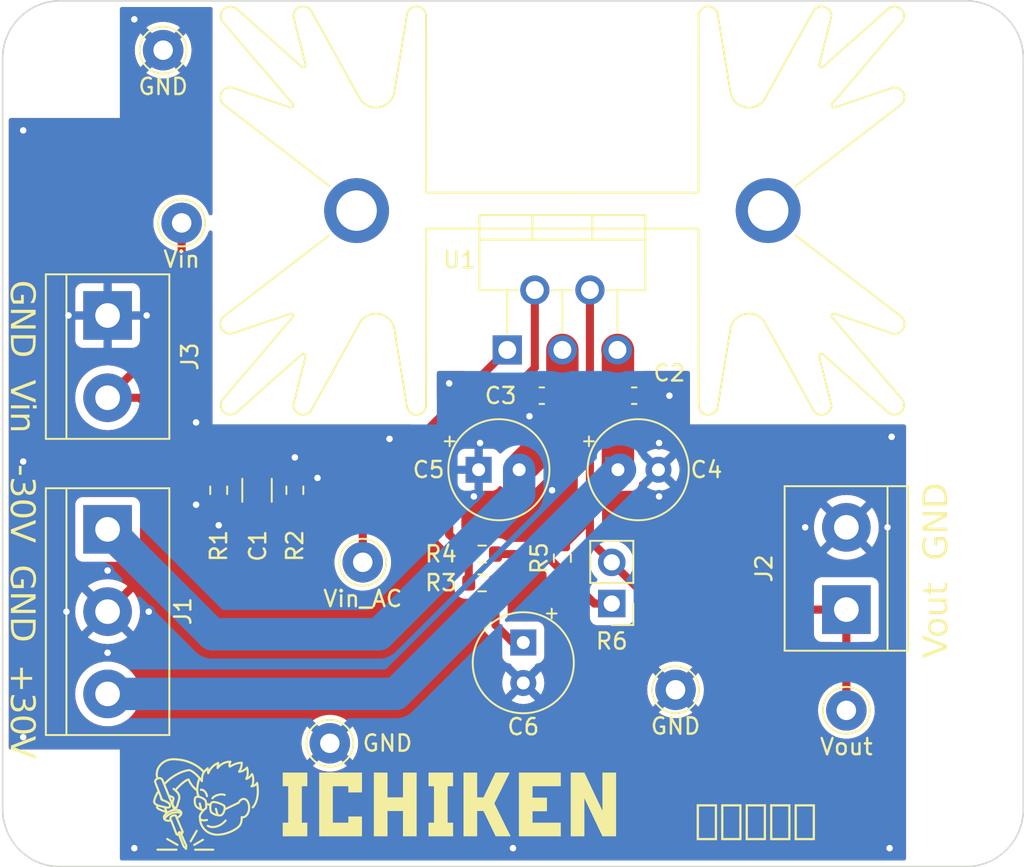
<source format=kicad_pcb>
(kicad_pcb (version 20221018) (generator pcbnew)
  (layers (0 "F.Cu" signal) (31 "B.Cu" signal) (34 "B.Paste" user) (35 "F.Paste" user) (36 "B.SilkS" user "B.Silkscreen") (37 "F.SilkS" user "F.Silkscreen") (38 "B.Mask" user) (39 "F.Mask" user) (44 "Edge.Cuts" user))
  (net 0 "")
  (net 1 "Vin")
  (net 2 "+30V")
  (net 3 "GND")
  (net 4 "-30V")
  (net 5 "Net-(C6-Pad1)")
  (net 6 "Vout")
  (net 7 "Net-(U1--)")
  (net 8 "Net-(R4-Pad2)")
  (net 9 "Vin_AC")
  (footprint "TerminalBlock:TerminalBlock_bornier-2_P5.08mm" (layer "F.Cu") (at 195.326 113.411 90)
    (fp_text reference "J2")
    (fp_text value "Screw_Terminal_01x02")
  )
  (footprint "TestPoint:TestPoint_THTPad_D2.5mm_Drill1.2mm" (layer "F.Cu") (at 184.785 118.364)
    (fp_text reference "TP4" hide)
    (fp_text value "GND")
  )
  (footprint "Capacitor_THT:CP_Radial_Tantal_D6.0mm_P2.50mm" (layer "F.Cu") (at 175.387 115.443 -90)
    (fp_text reference "C6")
    (fp_text value "22u")
  )
  (footprint "TestPoint:TestPoint_THTPad_D2.5mm_Drill1.2mm" (layer "F.Cu") (at 165.481 110.49)
    (fp_text reference "TP2" hide)
    (fp_text value "Vin_AC")
  )
  (footprint "TestPoint:TestPoint_THTPad_D2.5mm_Drill1.2mm" (layer "F.Cu") (at 153.162 78.867)
    (fp_text reference "TP6" hide)
    (fp_text value "GND")
  )
  (footprint "TerminalBlock:TerminalBlock_bornier-2_P5.08mm" (layer "F.Cu") (at 149.733 95.25 -90)
    (fp_text reference "J3")
    (fp_text value "Screw_Terminal_01x02")
  )
  (footprint "TerminalBlock:TerminalBlock_bornier-3_P5.08mm" (layer "F.Cu") (at 149.733 108.458 -90)
    (fp_text reference "J1")
    (fp_text value "Screw_Terminal_01x03")
  )
  (footprint "Resistor_SMD:R_0603_1608Metric" (layer "F.Cu") (at 161.29 106.045 90)
    (fp_text reference "R2")
    (fp_text value "22k")
  )
  (footprint "MountingHole:MountingHole_3.2mm_M3" (layer "F.Cu") (at 146.812 79.375)
    (fp_text reference "REF**" hide)
    (fp_text value "MountingHole_3.2mm_M3" hide)
  )
  (footprint "Capacitor_SMD:C_0603_1608Metric" (layer "F.Cu") (at 176.53 100.203 180)
    (fp_text reference "C3")
    (fp_text value "0.1u")
  )
  (footprint "MountingHole:MountingHole_3.2mm_M3" (layer "F.Cu") (at 202.692 125.73)
    (fp_text reference "REF**" hide)
    (fp_text value "MountingHole_3.2mm_M3" hide)
  )
  (footprint "MountingHole:MountingHole_3.2mm_M3" (layer "F.Cu") (at 202.692 79.375)
    (fp_text reference "REF**" hide)
    (fp_text value "MountingHole_3.2mm_M3" hide)
  )
  (footprint "TestPoint:TestPoint_THTPad_D2.5mm_Drill1.2mm" (layer "F.Cu") (at 195.326 119.634)
    (fp_text reference "TP3" hide)
    (fp_text value "Vout")
  )
  (footprint "Capacitor_SMD:C_1206_3216Metric" (layer "F.Cu") (at 158.955 106.045 -90)
    (fp_text reference "C1")
    (fp_text value "2.2u")
  )
  (footprint "Capacitor_THT:CP_Radial_Tantal_D6.0mm_P2.50mm" (layer "F.Cu") (at 181.229 104.775)
    (fp_text reference "C4")
    (fp_text value "100u")
  )
  (footprint "Capacitor_SMD:C_0603_1608Metric" (layer "F.Cu") (at 182.232 100.203)
    (fp_text reference "C2")
    (fp_text value "0.1u")
  )
  (footprint "TestPoint:TestPoint_THTPad_D2.5mm_Drill1.2mm" (layer "F.Cu") (at 154.305 89.535)
    (fp_text reference "TP1" hide)
    (fp_text value "Vin")
  )
  (footprint "TestPoint:TestPoint_THTPad_D2.5mm_Drill1.2mm" (layer "F.Cu") (at 163.449 121.666)
    (fp_text reference "TP5" hide)
    (fp_text value "GND")
  )
  (footprint "Heatsink:Heatsink_Fischer_SK129-STS_42x25mm_2xDrill2.5mm" (layer "F.Cu") (at 177.8 88.773)
    (fp_text reference "REF**" hide)
    (fp_text value "Heatsink_Fischer_SK129-STS_42x25mm_2xDrill2.5mm")
  )
  (footprint "MountingHole:MountingHole_3.2mm_M3" (layer "F.Cu") (at 146.812 125.73)
    (fp_text reference "REF**" hide)
    (fp_text value "MountingHole_3.2mm_M3" hide)
  )
  (footprint "Capacitor_THT:CP_Radial_Tantal_D6.0mm_P2.50mm" (layer "F.Cu") (at 172.633 104.775)
    (fp_text reference "C5")
    (fp_text value "100u")
  )
  (footprint "Resistor_SMD:R_0603_1608Metric" (layer "F.Cu") (at 172.847 109.982)
    (fp_text reference "R4")
    (fp_text value "10k")
  )
  (footprint "Resistor_SMD:R_0603_1608Metric" (layer "F.Cu") (at 172.847 111.76)
    (fp_text reference "R3")
    (fp_text value "1k")
  )
  (footprint "Resistor_SMD:R_0603_1608Metric" (layer "F.Cu") (at 156.591 106.045 -90)
    (fp_text reference "R1")
    (fp_text value "1M")
  )
  (footprint "Resistor_SMD:R_0603_1608Metric" (layer "F.Cu") (at 177.8 110.236 90)
    (fp_text reference "R5")
    (fp_text value "4.7k")
  )
  (footprint "Connector_PinHeader_2.54mm:PinHeader_1x02_P2.54mm_Vertical" (layer "F.Cu") (at 180.848 113.035 180)
    (fp_text reference "R6")
    (fp_text value "4.7k")
  )
  (footprint "Package_TO_SOT_THT:TO-220-5_P3.4x3.7mm_StaggerOdd_Lead3.8mm_Vertical" (layer "F.Cu") (at 174.4 97.376)
    (fp_text reference "U1")
    (fp_text value "LM1875")
  )
  (gr_poly (pts (xy 162.059678 124.319597) (xy 161.722281 124.319597) (xy 161.722281 126.568555) (xy 162.059678 126.568555) (xy 162.059678 127.411835) (xy 160.541605 127.411835) (xy 160.541605 126.568555) (xy 160.879001 126.568555) (xy 160.879001 124.319597) (xy 160.541605 124.319597) (xy 160.541605 123.476317) (xy 162.059678 123.476317)) (fill solid) (layer "F.SilkS"))
  (gr_poly (pts (xy 153.416 127.508) (xy 153.419186 127.50816) (xy 153.422372 127.508477) (xy 153.425552 127.508952) (xy 153.42872 127.509586) (xy 153.431871 127.510381) (xy 153.435 127.511339) (xy 153.4381 127.51246) (xy 153.441166 127.513746) (xy 153.444192 127.5152) (xy 153.447173 127.516822) (xy 154.074553 127.878984) (xy 154.074553 127.879195) (xy 154.077449 127.880965) (xy 154.080222 127.882858) (xy 154.08287 127.88487) (xy 154.085392 127.886993) (xy 154.087786 127.889223) (xy 154.090051 127.891554) (xy 154.092186 127.89398) (xy 154.094189 127.896495) (xy 154.096058 127.899095) (xy 154.097791 127.901773) (xy 154.099388 127.904524) (xy 154.100847 127.907342) (xy 154.102167 127.910222) (xy 154.103345 127.913157) (xy 154.10438 127.916143) (xy 154.105271 127.919173) (xy 154.106017 127.922243) (xy 154.106615 127.925346) (xy 154.107064 127.928477) (xy 154.107364 127.93163) (xy 154.107511 127.9348) (xy 154.107505 127.93798) (xy 154.107345 127.941166) (xy 154.107028 127.944352) (xy 154.106553 127.947532) (xy 154.105919 127.9507) (xy 154.105124 127.953851) (xy 154.104166 127.956979) (xy 154.103045 127.96008) (xy 154.101759 127.963146) (xy 154.100305 127.966172) (xy 154.098683 127.969153) (xy 154.096267 127.972975) (xy 154.093632 127.976579) (xy 154.090791 127.979962) (xy 154.087759 127.98312) (xy 154.08455 127.986048) (xy 154.081177 127.988743) (xy 154.077655 127.9912) (xy 154.073998 127.993416) (xy 154.070219 127.995386) (xy 154.066332 127.997106) (xy 154.062351 127.998573) (xy 154.058291 127.999782) (xy 154.054166 128.00073) (xy 154.049988 128.001411) (xy 154.045773 128.001823) (xy 154.041533 128.001962) (xy 154.03943 128.001927) (xy 154.037328 128.001823) (xy 154.035229 128.001649) (xy 154.033133 128.001406) (xy 154.031042 128.001093) (xy 154.028957 128.000711) (xy 154.02688 128.00026) (xy 154.024812 127.999739) (xy 154.022753 127.999149) (xy 154.020706 127.998489) (xy 154.018671 127.99776) (xy 154.016649 127.996961) (xy 154.014643 127.996093) (xy 154.012652 127.995155) (xy 154.010679 127.994148) (xy 154.008725 127.993072) (xy 153.381345 127.63091) (xy 153.378449 127.62914) (xy 153.375677 127.627246) (xy 153.373029 127.625235) (xy 153.370507 127.623112) (xy 153.368112 127.620882) (xy 153.365847 127.618551) (xy 153.363712 127.616125) (xy 153.36171 127.61361) (xy 153.359841 127.61101) (xy 153.358107 127.608332) (xy 153.35651 127.605581) (xy 153.355051 127.602763) (xy 153.353732 127.599883) (xy 153.352553 127.596948) (xy 153.351518 127.593962) (xy 153.350627 127.590932) (xy 153.349881 127.587862) (xy 153.349283 127.584759) (xy 153.348834 127.581628) (xy 153.348535 127.578475) (xy 153.348387 127.575305) (xy 153.348393 127.572125) (xy 153.348554 127.568939) (xy 153.348871 127.565753) (xy 153.349346 127.562573) (xy 153.34998 127.559405) (xy 153.350775 127.556254) (xy 153.351732 127.553125) (xy 153.352853 127.550025) (xy 153.35414 127.546959) (xy 153.355593 127.543933) (xy 153.357215 127.540952) (xy 153.358985 127.538056) (xy 153.360879 127.535283) (xy 153.36289 127.532635) (xy 153.365013 127.530113) (xy 153.367243 127.527719) (xy 153.369574 127.525454) (xy 153.372 127.523319) (xy 153.374515 127.521316) (xy 153.377115 127.519447) (xy 153.379793 127.517714) (xy 153.382544 127.516116) (xy 153.385362 127.514657) (xy 153.388242 127.513338) (xy 153.391177 127.51216) (xy 153.394163 127.511125) (xy 153.397194 127.510234) (xy 153.400263 127.509488) (xy 153.403366 127.50889) (xy 153.406497 127.50844) (xy 153.40965 127.508141) (xy 153.41282 127.507994)) (fill solid) (layer "F.SilkS"))
  (gr_poly (pts (xy 156.260229 128.17011) (xy 156.263576 128.170364) (xy 156.266873 128.170782) (xy 156.270118 128.17136) (xy 156.273305 128.172094) (xy 156.276431 128.17298) (xy 156.279491 128.174014) (xy 156.282481 128.175191) (xy 156.285398 128.176508) (xy 156.288237 128.17796) (xy 156.290994 128.179543) (xy 156.293664 128.181254) (xy 156.296245 128.183088) (xy 156.298731 128.185041) (xy 156.301118 128.187108) (xy 156.303403 128.189287) (xy 156.305582 128.191572) (xy 156.307649 128.193959) (xy 156.309602 128.196445) (xy 156.311436 128.199026) (xy 156.313147 128.201696) (xy 156.31473 128.204453) (xy 156.316182 128.207292) (xy 156.317499 128.210209) (xy 156.318676 128.213199) (xy 156.31971 128.216259) (xy 156.320596 128.219385) (xy 156.32133 128.222572) (xy 156.321908 128.225817) (xy 156.322326 128.229114) (xy 156.322579 128.232461) (xy 156.322665 128.235853) (xy 156.322579 128.239245) (xy 156.322326 128.242592) (xy 156.321908 128.24589) (xy 156.32133 128.249134) (xy 156.320596 128.252321) (xy 156.31971 128.255447) (xy 156.318676 128.258507) (xy 156.317499 128.261497) (xy 156.316182 128.264414) (xy 156.31473 128.267253) (xy 156.313147 128.270009) (xy 156.311436 128.27268) (xy 156.309602 128.27526) (xy 156.307649 128.277746) (xy 156.305582 128.280134) (xy 156.303403 128.282419) (xy 156.301118 128.284597) (xy 156.298731 128.286665) (xy 156.296245 128.288618) (xy 156.293664 128.290452) (xy 156.290994 128.292162) (xy 156.288237 128.293746) (xy 156.285398 128.295198) (xy 156.282481 128.296515) (xy 156.279491 128.297692) (xy 156.276431 128.298726) (xy 156.273305 128.299611) (xy 156.270118 128.300345) (xy 156.266873 128.300923) (xy 156.263576 128.301341) (xy 156.260229 128.301595) (xy 156.256837 128.301681) (xy 155.136485 128.301681) (xy 155.133093 128.301595) (xy 155.129746 128.301341) (xy 155.126448 128.300923) (xy 155.123204 128.300345) (xy 155.120017 128.299611) (xy 155.116891 128.298726) (xy 155.113831 128.297692) (xy 155.11084 128.296515) (xy 155.107924 128.295198) (xy 155.105085 128.293746) (xy 155.102328 128.292162) (xy 155.099658 128.290452) (xy 155.097077 128.288618) (xy 155.094591 128.286665) (xy 155.092203 128.284597) (xy 155.089918 128.282419) (xy 155.08774 128.280134) (xy 155.085672 128.277746) (xy 155.08372 128.27526) (xy 155.081886 128.27268) (xy 155.080175 128.270009) (xy 155.078592 128.267253) (xy 155.077139 128.264414) (xy 155.075823 128.261497) (xy 155.074645 128.258507) (xy 155.073612 128.255447) (xy 155.072726 128.252321) (xy 155.071992 128.249134) (xy 155.071414 128.24589) (xy 155.070996 128.242592) (xy 155.070742 128.239245) (xy 155.070657 128.235853) (xy 155.070742 128.232461) (xy 155.070996 128.229114) (xy 155.071414 128.225817) (xy 155.071992 128.222572) (xy 155.072726 128.219385) (xy 155.073612 128.216259) (xy 155.074645 128.213199) (xy 155.075823 128.210209) (xy 155.077139 128.207292) (xy 155.078592 128.204453) (xy 155.080175 128.201696) (xy 155.081886 128.199026) (xy 155.08372 128.196445) (xy 155.085672 128.193959) (xy 155.08774 128.191572) (xy 155.089918 128.189287) (xy 155.092203 128.187108) (xy 155.094591 128.185041) (xy 155.097077 128.183088) (xy 155.099658 128.181254) (xy 155.102328 128.179543) (xy 155.105085 128.17796) (xy 155.107924 128.176508) (xy 155.11084 128.175191) (xy 155.113831 128.174014) (xy 155.116891 128.17298) (xy 155.120017 128.172094) (xy 155.123204 128.17136) (xy 155.126448 128.170782) (xy 155.129746 128.170364) (xy 155.133093 128.17011) (xy 155.136485 128.170025) (xy 156.256837 128.170025)) (fill solid) (layer "F.SilkS"))
  (gr_poly (pts (xy 180.272324 125.826452) (xy 180.272324 123.476317) (xy 181.115603 123.476317) (xy 181.115603 127.412047) (xy 180.272324 127.412047) (xy 179.159169 125.061912) (xy 179.159169 127.412047) (xy 178.315891 127.412047) (xy 178.315891 123.476317) (xy 179.159169 123.476317)) (fill solid) (layer "F.SilkS"))
  (gr_poly (pts (xy 157.019225 126.370305) (xy 157.022384 126.370518) (xy 157.025534 126.370884) (xy 157.028671 126.371401) (xy 157.031788 126.37207) (xy 157.03488 126.372893) (xy 157.03794 126.373869) (xy 157.040963 126.374999) (xy 157.043944 126.376283) (xy 157.046875 126.377723) (xy 157.049752 126.379318) (xy 157.052568 126.381069) (xy 157.055317 126.382976) (xy 157.057995 126.38504) (xy 157.060564 126.387237) (xy 157.062992 126.389537) (xy 157.065279 126.391935) (xy 157.067424 126.394424) (xy 157.069426 126.396998) (xy 157.071285 126.399653) (xy 157.073 126.402382) (xy 157.074571 126.405179) (xy 157.075996 126.408038) (xy 157.077276 126.410953) (xy 157.078409 126.41392) (xy 157.079396 126.416931) (xy 157.080235 126.41998) (xy 157.080926 126.423063) (xy 157.081467 126.426174) (xy 157.08186 126.429305) (xy 157.082102 126.432452) (xy 157.082194 126.435609) (xy 157.082134 126.438769) (xy 157.081923 126.441928) (xy 157.081559 126.445078) (xy 157.081041 126.448215) (xy 157.08037 126.451332) (xy 157.079545 126.454424) (xy 157.078564 126.457484) (xy 157.077428 126.460508) (xy 157.076136 126.463488) (xy 157.074686 126.466419) (xy 157.07308 126.469296) (xy 157.071315 126.472112) (xy 157.069391 126.474861) (xy 157.067308 126.477539) (xy 157.040328 126.509327) (xy 157.011908 126.540285) (xy 156.982124 126.570359) (xy 156.951053 126.599498) (xy 156.918773 126.62765) (xy 156.885362 126.654763) (xy 156.850895 126.680785) (xy 156.815451 126.705662) (xy 156.779106 126.729345) (xy 156.741938 126.751779) (xy 156.704025 126.772914) (xy 156.665442 126.792697) (xy 156.626268 126.811076) (xy 156.586579 126.827999) (xy 156.546454 126.843414) (xy 156.505968 126.857269) (xy 156.46839 126.868649) (xy 156.431091 126.878505) (xy 156.394109 126.886837) (xy 156.357484 126.893649) (xy 156.321256 126.898942) (xy 156.285464 126.902721) (xy 156.250149 126.904986) (xy 156.21535 126.90574) (xy 156.192137 126.905396) (xy 156.169179 126.904362) (xy 156.146488 126.902641) (xy 156.124075 126.900234) (xy 156.101952 126.89714) (xy 156.080132 126.893361) (xy 156.058625 126.888899) (xy 156.037444 126.883753) (xy 156.0166 126.877926) (xy 155.996105 126.871417) (xy 155.975971 126.864228) (xy 155.95621 126.856359) (xy 155.936833 126.847812) (xy 155.917853 126.838588) (xy 155.899281 126.828687) (xy 155.881128 126.81811) (xy 155.878274 126.816282) (xy 155.875546 126.814333) (xy 155.872947 126.812268) (xy 155.870476 126.810094) (xy 155.868136 126.807816) (xy 155.865928 126.80544) (xy 155.863853 126.802972) (xy 155.861913 126.800416) (xy 155.860108 126.797779) (xy 155.858441 126.795067) (xy 155.856912 126.792285) (xy 155.855522 126.789438) (xy 155.854274 126.786533) (xy 155.853168 126.783575) (xy 155.852206 126.78057) (xy 155.851389 126.777523) (xy 155.850718 126.77444) (xy 155.850195 126.771327) (xy 155.849821 126.768189) (xy 155.849597 126.765032) (xy 155.849525 126.761862) (xy 155.849606 126.758684) (xy 155.849841 126.755504) (xy 155.850232 126.752328) (xy 155.850779 126.749161) (xy 155.851485 126.746009) (xy 155.85235 126.742878) (xy 155.853376 126.739773) (xy 155.854564 126.7367) (xy 155.855916 126.733664) (xy 155.857432 126.730672) (xy 155.859115 126.727728) (xy 155.859326 126.727517) (xy 155.861154 126.724663) (xy 155.863104 126.721935) (xy 155.865168 126.719336) (xy 155.867342 126.716865) (xy 155.86962 126.714525) (xy 155.871996 126.712317) (xy 155.874464 126.710242) (xy 155.87702 126.708302) (xy 155.879657 126.706497) (xy 155.882369 126.70483) (xy 155.885151 126.703301) (xy 155.887998 126.701911) (xy 155.890903 126.700663) (xy 155.893861 126.699557) (xy 155.896866 126.698595) (xy 155.899913 126.697778) (xy 155.902996 126.697107) (xy 155.906109 126.696584) (xy 155.909247 126.69621) (xy 155.912404 126.695986) (xy 155.915574 126.695914) (xy 155.918752 126.695995) (xy 155.921932 126.69623) (xy 155.925108 126.69662) (xy 155.928275 126.697168) (xy 155.931427 126.697874) (xy 155.934558 126.698739) (xy 155.937663 126.699765) (xy 155.940737 126.700953) (xy 155.943772 126.702305) (xy 155.946764 126.703821) (xy 155.949708 126.705504) (xy 155.972967 126.718555) (xy 155.99753 126.730203) (xy 156.02332 126.74044) (xy 156.050263 126.749259) (xy 156.078283 126.756655) (xy 156.107303 126.76262) (xy 156.168045 126.770234) (xy 156.231884 126.772049) (xy 156.298215 126.768012) (xy 156.366433 126.758071) (xy 156.435933 126.742175) (xy 156.50611 126.720271) (xy 156.576359 126.692308) (xy 156.646076 126.658232) (xy 156.714655 126.617993) (xy 156.748328 126.595545) (xy 156.781491 126.571537) (xy 156.814067 126.545962) (xy 156.84598 126.518814) (xy 156.877155 126.490085) (xy 156.907517 126.45977) (xy 156.936989 126.427862) (xy 156.965496 126.394354) (xy 156.967693 126.391785) (xy 156.969993 126.389359) (xy 156.97239 126.387075) (xy 156.974879 126.384933) (xy 156.977454 126.382935) (xy 156.980109 126.381082) (xy 156.982837 126.379372) (xy 156.985634 126.377807) (xy 156.988493 126.376388) (xy 156.991409 126.375115) (xy 156.994375 126.373988) (xy 156.997386 126.373008) (xy 157.000436 126.372176) (xy 157.003519 126.371491) (xy 157.006629 126.370955) (xy 157.009761 126.370568) (xy 157.012908 126.37033) (xy 157.016065 126.370242)) (fill solid) (layer "F.SilkS"))
  (gr_poly (pts (xy 156.812413 124.760276) (xy 156.839884 124.762126) (xy 156.866496 124.764965) (xy 156.892151 124.76879) (xy 156.916753 124.773601) (xy 156.940205 124.779398) (xy 156.962412 124.786178) (xy 156.983277 124.793942) (xy 156.98638 124.795303) (xy 156.989378 124.796802) (xy 156.992269 124.798435) (xy 156.99505 124.800195) (xy 156.997719 124.802078) (xy 157.000274 124.804078) (xy 157.002712 124.80619) (xy 157.005032 124.808408) (xy 157.007231 124.810727) (xy 157.009306 124.813142) (xy 157.011257 124.815648) (xy 157.013079 124.818238) (xy 157.014772 124.820908) (xy 157.016332 124.823653) (xy 157.017759 124.826466) (xy 157.019048 124.829343) (xy 157.020199 124.832279) (xy 157.021208 124.835267) (xy 157.022074 124.838303) (xy 157.022794 124.841381) (xy 157.023367 124.844496) (xy 157.023789 124.847643) (xy 157.024059 124.850815) (xy 157.024174 124.854009) (xy 157.024133 124.857218) (xy 157.023932 124.860437) (xy 157.02357 124.863662) (xy 157.023044 124.866885) (xy 157.022352 124.870103) (xy 157.021493 124.873309) (xy 157.020463 124.876499) (xy 157.01926 124.879667) (xy 157.017899 124.88277) (xy 157.016399 124.885768) (xy 157.014767 124.888659) (xy 157.013006 124.89144) (xy 157.011124 124.894109) (xy 157.009124 124.896664) (xy 157.007012 124.899102) (xy 157.004794 124.901422) (xy 157.002474 124.903621) (xy 157.000059 124.905697) (xy 156.997554 124.907647) (xy 156.994963 124.90947) (xy 156.992293 124.911162) (xy 156.989549 124.912723) (xy 156.986735 124.914149) (xy 156.983858 124.915439) (xy 156.980923 124.916589) (xy 156.977935 124.917599) (xy 156.974899 124.918465) (xy 156.971821 124.919185) (xy 156.968706 124.919757) (xy 156.965559 124.92018) (xy 156.962386 124.92045) (xy 156.959193 124.920565) (xy 156.955983 124.920523) (xy 156.952764 124.920322) (xy 156.94954 124.91996) (xy 156.946316 124.919435) (xy 156.943099 124.918743) (xy 156.939892 124.917883) (xy 156.936703 124.916853) (xy 156.933535 124.91565) (xy 156.912213 124.907754) (xy 156.890131 124.901182) (xy 156.867365 124.89589) (xy 156.843993 124.891832) (xy 156.820092 124.888966) (xy 156.795741 124.887247) (xy 156.771016 124.88663) (xy 156.745995 124.887072) (xy 156.720755 124.888528) (xy 156.695374 124.890954) (xy 156.644499 124.898539) (xy 156.593989 124.909473) (xy 156.544465 124.923402) (xy 156.496545 124.939974) (xy 156.45085 124.958833) (xy 156.407999 124.979626) (xy 156.368613 125.002) (xy 156.33331 125.025601) (xy 156.317385 125.03775) (xy 156.302712 125.050074) (xy 156.289371 125.062527) (xy 156.277437 125.075066) (xy 156.26699 125.087646) (xy 156.258106 125.100224) (xy 156.255663 125.103807) (xy 156.253023 125.107176) (xy 156.250201 125.110327) (xy 156.247209 125.113258) (xy 156.244059 125.115966) (xy 156.240764 125.118451) (xy 156.237337 125.12071) (xy 156.233791 125.12274) (xy 156.230138 125.124539) (xy 156.226391 125.126105) (xy 156.222563 125.127436) (xy 156.218667 125.128531) (xy 156.214715 125.129385) (xy 156.210719 125.129999) (xy 156.206693 125.130368) (xy 156.20265 125.130492) (xy 156.200348 125.130452) (xy 156.198049 125.130333) (xy 156.195753 125.130133) (xy 156.193462 125.129854) (xy 156.191179 125.129493) (xy 156.188906 125.129052) (xy 156.186643 125.128529) (xy 156.184394 125.127925) (xy 156.182159 125.12724) (xy 156.179941 125.126471) (xy 156.177742 125.125621) (xy 156.175563 125.124688) (xy 156.173407 125.123671) (xy 156.171274 125.122571) (xy 156.169168 125.121388) (xy 156.16709 125.12012) (xy 156.164277 125.118214) (xy 156.161592 125.116191) (xy 156.159038 125.114057) (xy 156.156616 125.111816) (xy 156.154326 125.109476) (xy 156.15217 125.107041) (xy 156.150149 125.104517) (xy 156.148265 125.10191) (xy 156.146518 125.099226) (xy 156.14491 125.096469) (xy 156.143443 125.093647) (xy 156.142117 125.090764) (xy 156.140933 125.087826) (xy 156.139893 125.084839) (xy 156.138999 125.081808) (xy 156.13825 125.078739) (xy 156.13765 125.075638) (xy 156.137198 125.072511) (xy 156.136896 125.069363) (xy 156.136746 125.066199) (xy 156.136748 125.063026) (xy 156.136903 125.059848) (xy 156.137214 125.056673) (xy 156.137681 125.053505) (xy 156.138306 125.05035) (xy 156.13909 125.047213) (xy 156.140033 125.044101) (xy 156.141138 125.041019) (xy 156.142405 125.037972) (xy 156.143835 125.034967) (xy 156.145431 125.032009) (xy 156.147193 125.029104) (xy 156.161114 125.00899) (xy 156.176727 124.989392) (xy 156.193977 124.970342) (xy 156.21281 124.951875) (xy 156.23317 124.934024) (xy 156.255004 124.916824) (xy 156.278257 124.900307) (xy 156.302874 124.884509) (xy 156.328801 124.869462) (xy 156.355982 124.8552) (xy 156.384365 124.841757) (xy 156.413893 124.829168) (xy 156.444513 124.817465) (xy 156.476169 124.806683) (xy 156.508808 124.796855) (xy 156.542375 124.788015) (xy 156.542375 124.788227) (xy 156.573248 124.781145) (xy 156.604129 124.775059) (xy 156.634921 124.769969) (xy 156.665528 124.765873) (xy 156.695854 124.76277) (xy 156.725802 124.76066) (xy 156.755275 124.759542) (xy 156.784177 124.759414)) (fill solid) (layer "F.SilkS"))
  (gr_poly (pts (xy 172.540776 125.005609) (xy 172.928762 125.005609) (xy 173.665361 123.476317) (xy 174.553725 123.476317) (xy 173.603554 125.37666) (xy 174.610029 127.411835) (xy 173.682294 127.411835) (xy 172.928972 125.848888) (xy 172.540987 125.848888) (xy 172.540987 127.411835) (xy 172.540881 127.411941) (xy 172.540776 127.412047) (xy 171.697496 127.412047) (xy 171.697496 123.476317) (xy 172.540776 123.476317)) (fill solid) (layer "F.SilkS"))
  (gr_poly (pts (xy 155.234429 127.006985) (xy 155.237615 127.007145) (xy 155.2408 127.007462) (xy 155.24398 127.007937) (xy 155.247148 127.008571) (xy 155.250299 127.009366) (xy 155.253428 127.010324) (xy 155.256528 127.011445) (xy 155.259594 127.012731) (xy 155.26262 127.014185) (xy 155.265602 127.015807) (xy 155.265602 127.016018) (xy 155.268497 127.017788) (xy 155.27127 127.019682) (xy 155.273918 127.021693) (xy 155.27644 127.023816) (xy 155.278834 127.026046) (xy 155.2811 127.028377) (xy 155.283234 127.030803) (xy 155.285237 127.033319) (xy 155.287106 127.035918) (xy 155.28884 127.038597) (xy 155.290437 127.041347) (xy 155.291896 127.044165) (xy 155.293215 127.047045) (xy 155.294393 127.049981) (xy 155.295429 127.052966) (xy 155.29632 127.055997) (xy 155.297065 127.059066) (xy 155.297663 127.062169) (xy 155.298113 127.0653) (xy 155.298412 127.068453) (xy 155.298559 127.071623) (xy 155.298554 127.074804) (xy 155.298393 127.07799) (xy 155.298076 127.081175) (xy 155.297601 127.084355) (xy 155.296967 127.087523) (xy 155.296172 127.090675) (xy 155.295215 127.093803) (xy 155.294093 127.096903) (xy 155.292807 127.099969) (xy 155.291353 127.102996) (xy 155.289732 127.105977) (xy 154.918257 127.749655) (xy 154.91584 127.753477) (xy 154.913205 127.757081) (xy 154.910365 127.760464) (xy 154.907333 127.763622) (xy 154.904123 127.76655) (xy 154.900751 127.769245) (xy 154.897229 127.771702) (xy 154.893571 127.773917) (xy 154.889792 127.775887) (xy 154.885905 127.777608) (xy 154.881925 127.779075) (xy 154.877865 127.780284) (xy 154.873739 127.781231) (xy 154.869561 127.781913) (xy 154.865346 127.782325) (xy 154.861107 127.782463) (xy 154.859003 127.782429) (xy 154.856901 127.782324) (xy 154.854802 127.782151) (xy 154.852706 127.781908) (xy 154.850615 127.781595) (xy 154.848531 127.781213) (xy 154.846453 127.780762) (xy 154.844385 127.780241) (xy 154.842326 127.77965) (xy 154.840279 127.778991) (xy 154.838244 127.778261) (xy 154.836222 127.777463) (xy 154.834216 127.776595) (xy 154.832226 127.775657) (xy 154.830253 127.77465) (xy 154.828298 127.773573) (xy 154.825402 127.771803) (xy 154.82263 127.76991) (xy 154.819982 127.767899) (xy 154.81746 127.765775) (xy 154.815065 127.763546) (xy 154.8128 127.761215) (xy 154.810665 127.758789) (xy 154.808663 127.756273) (xy 154.806794 127.753673) (xy 154.80506 127.750995) (xy 154.803463 127.748245) (xy 154.802004 127.745426) (xy 154.800685 127.742547) (xy 154.799507 127.739611) (xy 154.798471 127.736626) (xy 154.79758 127.733595) (xy 154.796835 127.730525) (xy 154.796236 127.727422) (xy 154.795787 127.724292) (xy 154.795488 127.721139) (xy 154.79534 127.717969) (xy 154.795346 127.714788) (xy 154.795507 127.711602) (xy 154.795824 127.708417) (xy 154.796299 127.705237) (xy 154.796933 127.702068) (xy 154.797728 127.698917) (xy 154.798685 127.695789) (xy 154.799806 127.692689) (xy 154.801093 127.689623) (xy 154.802546 127.686596) (xy 154.804168 127.683615) (xy 155.175643 127.039937) (xy 155.177414 127.037041) (xy 155.179307 127.034268) (xy 155.181318 127.03162) (xy 155.183442 127.029098) (xy 155.185671 127.026704) (xy 155.188002 127.024439) (xy 155.190428 127.022304) (xy 155.192944 127.020301) (xy 155.195543 127.018432) (xy 155.198222 127.016699) (xy 155.200972 127.015101) (xy 155.20379 127.013642) (xy 155.20667 127.012323) (xy 155.209606 127.011145) (xy 155.212591 127.01011) (xy 155.215622 127.009219) (xy 155.218691 127.008473) (xy 155.221794 127.007875) (xy 155.224925 127.007425) (xy 155.228078 127.007126) (xy 155.231248 127.006979)) (fill solid) (layer "F.SilkS"))
  (gr_poly (pts (xy 155.625705 127.558306) (xy 155.628858 127.558606) (xy 155.631989 127.559055) (xy 155.635092 127.559653) (xy 155.638161 127.560399) (xy 155.641192 127.56129) (xy 155.644178 127.562325) (xy 155.647113 127.563503) (xy 155.649993 127.564823) (xy 155.652811 127.566282) (xy 155.655562 127.567879) (xy 155.65824 127.569612) (xy 155.660839 127.571481) (xy 155.663355 127.573484) (xy 155.665781 127.575619) (xy 155.668112 127.577884) (xy 155.670342 127.580278) (xy 155.672465 127.5828) (xy 155.674476 127.585448) (xy 155.67637 127.588221) (xy 155.67814 127.591117) (xy 155.679762 127.594098) (xy 155.681215 127.597124) (xy 155.682502 127.600191) (xy 155.683623 127.603291) (xy 155.68458 127.606419) (xy 155.685375 127.60957) (xy 155.686009 127.612738) (xy 155.686484 127.615918) (xy 155.686801 127.619104) (xy 155.686962 127.62229) (xy 155.686968 127.625471) (xy 155.68682 127.62864) (xy 155.686521 127.631793) (xy 155.686072 127.634924) (xy 155.685473 127.638027) (xy 155.684728 127.641097) (xy 155.683837 127.644127) (xy 155.682801 127.647113) (xy 155.681623 127.650049) (xy 155.680304 127.652928) (xy 155.678845 127.655746) (xy 155.677248 127.658497) (xy 155.675514 127.661175) (xy 155.673645 127.663775) (xy 155.671643 127.66629) (xy 155.669508 127.668716) (xy 155.667243 127.671047) (xy 155.664848 127.673277) (xy 155.662326 127.6754) (xy 155.659678 127.677412) (xy 155.656906 127.679305) (xy 155.65401 127.681075) (xy 155.107698 127.996459) (xy 155.107698 127.996247) (xy 155.105744 127.997358) (xy 155.103771 127.998391) (xy 155.10178 127.999347) (xy 155.099774 128.000225) (xy 155.097752 128.001029) (xy 155.095717 128.001757) (xy 155.09367 128.002412) (xy 155.091611 128.002994) (xy 155.089543 128.003503) (xy 155.087466 128.003942) (xy 155.085381 128.004311) (xy 155.08329 128.004611) (xy 155.081195 128.004842) (xy 155.079095 128.005006) (xy 155.076993 128.005104) (xy 155.07489 128.005137) (xy 155.070616 128.005001) (xy 155.066374 128.004595) (xy 155.062179 128.003923) (xy 155.058043 128.002987) (xy 155.053978 128.001791) (xy 155.049998 128.000337) (xy 155.046117 127.998629) (xy 155.044217 127.997681) (xy 155.042346 127.99667) (xy 155.040507 127.995597) (xy 155.0387 127.994463) (xy 155.036927 127.993267) (xy 155.03519 127.992011) (xy 155.033491 127.990694) (xy 155.031831 127.989317) (xy 155.030211 127.98788) (xy 155.028634 127.986384) (xy 155.027101 127.98483) (xy 155.025614 127.983216) (xy 155.024174 127.981545) (xy 155.022783 127.979815) (xy 155.021442 127.978029) (xy 155.020154 127.976185) (xy 155.018919 127.974285) (xy 155.01774 127.972328) (xy 155.016118 127.969347) (xy 155.014665 127.966321) (xy 155.013378 127.963255) (xy 155.012257 127.960155) (xy 155.011299 127.957026) (xy 155.010504 127.953875) (xy 155.00987 127.950707) (xy 155.009396 127.947527) (xy 155.009079 127.944341) (xy 155.008918 127.941155) (xy 155.008912 127.937975) (xy 155.009059 127.934805) (xy 155.009359 127.931652) (xy 155.009808 127.928521) (xy 155.010406 127.925418) (xy 155.011152 127.922349) (xy 155.012043 127.919318) (xy 155.013078 127.916332) (xy 155.014256 127.913397) (xy 155.015576 127.910517) (xy 155.017035 127.907699) (xy 155.018632 127.904948) (xy 155.020366 127.90227) (xy 155.022234 127.899671) (xy 155.024237 127.897155) (xy 155.026372 127.894729) (xy 155.028637 127.892398) (xy 155.031031 127.890168) (xy 155.033553 127.888045) (xy 155.036201 127.886034) (xy 155.038974 127.88414) (xy 155.04187 127.88237) (xy 155.588181 127.566987) (xy 155.591163 127.565365) (xy 155.594189 127.563912) (xy 155.597255 127.562625) (xy 155.600355 127.561504) (xy 155.603484 127.560546) (xy 155.606635 127.559751) (xy 155.609803 127.559117) (xy 155.612983 127.558643) (xy 155.616169 127.558326) (xy 155.619355 127.558165) (xy 155.622535 127.558159)) (fill solid) (layer "F.SilkS"))
  (gr_poly (pts (xy 153.885401 122.588308) (xy 153.983864 122.593071) (xy 154.079544 122.600801) (xy 154.172447 122.611326) (xy 154.262582 122.624474) (xy 154.349954 122.640075) (xy 154.434573 122.657956) (xy 154.516444 122.677947) (xy 154.595575 122.699876) (xy 154.671973 122.723572) (xy 154.745646 122.748863) (xy 154.816601 122.775578) (xy 154.884844 122.803547) (xy 154.950384 122.832596) (xy 155.013228 122.862556) (xy 155.073382 122.893255) (xy 155.130854 122.924521) (xy 155.185651 122.956183) (xy 155.287251 123.02001) (xy 155.378238 123.083364) (xy 155.458672 123.144877) (xy 155.528609 123.203176) (xy 155.588108 123.25689) (xy 155.637228 123.30465) (xy 155.676025 123.345084) (xy 155.68641 123.333035) (xy 155.697004 123.321164) (xy 155.718804 123.297875) (xy 155.741394 123.275053) (xy 155.764739 123.252532) (xy 155.788809 123.230151) (xy 155.813572 123.207745) (xy 155.865043 123.162204) (xy 155.868578 123.159322) (xy 155.872267 123.156711) (xy 155.876095 123.154373) (xy 155.880048 123.152311) (xy 155.884112 123.150529) (xy 155.888272 123.149029) (xy 155.892512 123.147813) (xy 155.89682 123.146884) (xy 155.901179 123.146246) (xy 155.905576 123.145901) (xy 155.909996 123.145851) (xy 155.914424 123.1461) (xy 155.918846 123.146651) (xy 155.923248 123.147506) (xy 155.927614 123.148667) (xy 155.93193 123.150139) (xy 155.9361 123.151903) (xy 155.940112 123.153932) (xy 155.943954 123.156216) (xy 155.947616 123.158741) (xy 155.951089 123.161495) (xy 155.954362 123.164467) (xy 155.957424 123.167644) (xy 155.960267 123.171014) (xy 155.962878 123.174565) (xy 155.965249 123.178286) (xy 155.967368 123.182163) (xy 155.969226 123.186185) (xy 155.970812 123.190339) (xy 155.972117 123.194615) (xy 155.973129 123.198998) (xy 155.97384 123.203479) (xy 155.984423 123.287087) (xy 156.009021 123.248462) (xy 156.03495 123.211092) (xy 156.062206 123.174981) (xy 156.090785 123.140134) (xy 156.120684 123.106556) (xy 156.151899 123.074252) (xy 156.184426 123.043225) (xy 156.218262 123.013481) (xy 156.253402 122.985025) (xy 156.289843 122.957861) (xy 156.327582 122.931993) (xy 156.366614 122.907426) (xy 156.406935 122.884166) (xy 156.448543 122.862216) (xy 156.491434 122.841582) (xy 156.535603 122.822267) (xy 156.539765 122.820706) (xy 156.543988 122.819437) (xy 156.548256 122.818456) (xy 156.552556 122.817762) (xy 156.556873 122.817354) (xy 156.561194 122.817229) (xy 156.565503 122.817386) (xy 156.569787 122.817822) (xy 156.574031 122.818536) (xy 156.578221 122.819526) (xy 156.582343 122.82079) (xy 156.586383 122.822327) (xy 156.590326 122.824133) (xy 156.594158 122.826208) (xy 156.597864 122.82855) (xy 156.601431 122.831157) (xy 156.604851 122.833997) (xy 156.608043 122.837033) (xy 156.611002 122.840251) (xy 156.613724 122.843639) (xy 156.616205 122.847182) (xy 156.618439 122.850869) (xy 156.620421 122.854686) (xy 156.622148 122.858621) (xy 156.623615 122.862659) (xy 156.624816 122.866789) (xy 156.625747 122.870997) (xy 156.626405 122.87527) (xy 156.626783 122.879595) (xy 156.626877 122.883959) (xy 156.626683 122.888349) (xy 156.626196 122.892752) (xy 156.610321 123.002184) (xy 156.647034 122.970728) (xy 156.684632 122.941286) (xy 156.723128 122.913851) (xy 156.762533 122.888419) (xy 156.802859 122.864984) (xy 156.844119 122.84354) (xy 156.886325 122.824082) (xy 156.929488 122.806604) (xy 156.973621 122.7911) (xy 157.018736 122.777565) (xy 157.064846 122.765993) (xy 157.111961 122.756379) (xy 157.160095 122.748717) (xy 157.209259 122.743002) (xy 157.259465 122.739228) (xy 157.310726 122.737389) (xy 157.314749 122.737589) (xy 157.318789 122.73803) (xy 157.322828 122.738708) (xy 157.326849 122.739621) (xy 157.330834 122.740766) (xy 157.334766 122.74214) (xy 157.338626 122.74374) (xy 157.342397 122.745564) (xy 157.346061 122.747609) (xy 157.349601 122.749872) (xy 157.352999 122.752349) (xy 157.356238 122.75504) (xy 157.359299 122.75794) (xy 157.360757 122.759467) (xy 157.362165 122.761046) (xy 157.363519 122.762676) (xy 157.364818 122.764357) (xy 157.366059 122.766088) (xy 157.367241 122.767869) (xy 157.369416 122.771538) (xy 157.371337 122.775313) (xy 157.373003 122.779181) (xy 157.374411 122.783129) (xy 157.375562 122.787143) (xy 157.376453 122.791212) (xy 157.377085 122.795322) (xy 157.377454 122.79946) (xy 157.37756 122.803613) (xy 157.377403 122.807767) (xy 157.37698 122.81191) (xy 157.37629 122.816029) (xy 157.375332 122.820111) (xy 157.374105 122.824143) (xy 157.372608 122.828111) (xy 157.370839 122.832004) (xy 157.363517 122.847377) (xy 157.356853 122.862148) (xy 157.35082 122.876325) (xy 157.34539 122.889918) (xy 157.340536 122.902933) (xy 157.336233 122.915381) (xy 157.332452 122.927268) (xy 157.329167 122.938604) (xy 157.326351 122.949397) (xy 157.323977 122.959655) (xy 157.322017 122.969386) (xy 157.320446 122.978599) (xy 157.319235 122.987303) (xy 157.318359 122.995505) (xy 157.317789 123.003214) (xy 157.317499 123.010439) (xy 157.405829 122.964306) (xy 157.449132 122.943134) (xy 157.492005 122.923278) (xy 157.534556 122.904779) (xy 157.576892 122.887678) (xy 157.619121 122.872014) (xy 157.661352 122.857827) (xy 157.703692 122.845158) (xy 157.746248 122.834048) (xy 157.78913 122.824537) (xy 157.832445 122.816664) (xy 157.8763 122.810471) (xy 157.920804 122.805998) (xy 157.966065 122.803284) (xy 158.012189 122.80237) (xy 158.015581 122.802456) (xy 158.018928 122.80271) (xy 158.022226 122.803128) (xy 158.02547 122.803706) (xy 158.028658 122.80444) (xy 158.031783 122.805325) (xy 158.034843 122.806359) (xy 158.037834 122.807536) (xy 158.04075 122.808853) (xy 158.043589 122.810305) (xy 158.046346 122.811889) (xy 158.049016 122.813599) (xy 158.051597 122.815433) (xy 158.054083 122.817386) (xy 158.05647 122.819454) (xy 158.058755 122.821632) (xy 158.060934 122.823917) (xy 158.063001 122.826305) (xy 158.064954 122.828791) (xy 158.066788 122.831371) (xy 158.068499 122.834042) (xy 158.070082 122.836798) (xy 158.071534 122.839637) (xy 158.072851 122.842554) (xy 158.074028 122.845544) (xy 158.075062 122.848604) (xy 158.075948 122.85173) (xy 158.076682 122.854917) (xy 158.07726 122.858162) (xy 158.077678 122.86146) (xy 158.077932 122.864807) (xy 158.078017 122.868199) (xy 158.077428 122.907299) (xy 158.075707 122.944858) (xy 158.07292 122.980925) (xy 158.069137 123.015545) (xy 158.064425 123.048766) (xy 158.058852 123.080636) (xy 158.052486 123.111201) (xy 158.045394 123.140508) (xy 158.037645 123.168604) (xy 158.029307 123.195538) (xy 158.020447 123.221355) (xy 158.011134 123.246103) (xy 158.001435 123.269829) (xy 157.991418 123.29258) (xy 157.981151 123.314404) (xy 157.970702 123.335347) (xy 157.988223 123.330052) (xy 158.005378 123.324201) (xy 158.022153 123.317839) (xy 158.038537 123.311016) (xy 158.054518 123.303777) (xy 158.070084 123.296169) (xy 158.085222 123.288241) (xy 158.099921 123.280039) (xy 158.114168 123.27161) (xy 158.127951 123.263002) (xy 158.141258 123.254262) (xy 158.154077 123.245436) (xy 158.178201 123.227718) (xy 158.200228 123.210225) (xy 158.220059 123.193336) (xy 158.237598 123.177426) (xy 158.252748 123.162873) (xy 158.265411 123.150056) (xy 158.282891 123.131135) (xy 158.28926 123.12368) (xy 158.292262 123.120228) (xy 158.295463 123.117019) (xy 158.298849 123.114059) (xy 158.302407 123.111351) (xy 158.306122 123.108901) (xy 158.309981 123.106714) (xy 158.313969 123.104795) (xy 158.318073 123.103149) (xy 158.322279 123.10178) (xy 158.326573 123.100695) (xy 158.33094 123.099897) (xy 158.335367 123.099392) (xy 158.33984 123.099184) (xy 158.344345 123.099279) (xy 158.348868 123.099682) (xy 158.353396 123.100397) (xy 158.357861 123.101457) (xy 158.362202 123.102805) (xy 158.366406 123.10443) (xy 158.370465 123.106324) (xy 158.374365 123.108475) (xy 158.378097 123.110874) (xy 158.38165 123.113512) (xy 158.385013 123.116378) (xy 158.388175 123.119462) (xy 158.391126 123.122754) (xy 158.393853 123.126245) (xy 158.396347 123.129924) (xy 158.398597 123.133782) (xy 158.400592 123.137809) (xy 158.40232 123.141994) (xy 158.403772 123.146329) (xy 158.413718 123.182704) (xy 158.422366 123.21961) (xy 158.429727 123.25694) (xy 158.435806 123.294588) (xy 158.440614 123.33245) (xy 158.444157 123.370419) (xy 158.446443 123.408391) (xy 158.447481 123.44626) (xy 158.447279 123.483921) (xy 158.445845 123.521268) (xy 158.443187 123.558196) (xy 158.439312 123.594599) (xy 158.43423 123.630372) (xy 158.427947 123.66541) (xy 158.420473 123.699606) (xy 158.411815 123.732857) (xy 158.424494 123.722313) (xy 158.437182 123.711202) (xy 158.449839 123.699587) (xy 158.462427 123.68753) (xy 158.474903 123.675096) (xy 158.48723 123.662346) (xy 158.499366 123.649343) (xy 158.511272 123.636152) (xy 158.534232 123.609451) (xy 158.555791 123.582749) (xy 158.575629 123.556547) (xy 158.593425 123.53135) (xy 158.595944 123.527909) (xy 158.598651 123.524653) (xy 158.601536 123.521589) (xy 158.60459 123.518726) (xy 158.607803 123.51607) (xy 158.611165 123.513629) (xy 158.614666 123.511408) (xy 158.618296 123.509416) (xy 158.622045 123.50766) (xy 158.625903 123.506147) (xy 158.62986 123.504883) (xy 158.633906 123.503877) (xy 158.638032 123.503134) (xy 158.642228 123.502663) (xy 158.646482 123.502471) (xy 158.650787 123.502564) (xy 158.652924 123.502678) (xy 158.655046 123.502862) (xy 158.657154 123.503116) (xy 158.659245 123.503437) (xy 158.661318 123.503825) (xy 158.663372 123.504279) (xy 158.665405 123.504798) (xy 158.667416 123.505381) (xy 158.669403 123.506028) (xy 158.671365 123.506737) (xy 158.673301 123.507507) (xy 158.675209 123.508338) (xy 158.677088 123.509228) (xy 158.678937 123.510177) (xy 158.680753 123.511184) (xy 158.682536 123.512247) (xy 158.684285 123.513366) (xy 158.685997 123.51454) (xy 158.687672 123.515768) (xy 158.689308 123.517049) (xy 158.690904 123.518383) (xy 158.692458 123.519767) (xy 158.693968 123.521201) (xy 158.695435 123.522685) (xy 158.696855 123.524217) (xy 158.698228 123.525797) (xy 158.699553 123.527423) (xy 158.700827 123.529095) (xy 158.70205 123.530811) (xy 158.70322 123.532571) (xy 158.704336 123.534374) (xy 158.705396 123.536219) (xy 158.722692 123.570667) (xy 158.737923 123.607965) (xy 158.751116 123.64774) (xy 158.762295 123.689621) (xy 158.771484 123.733237) (xy 158.778709 123.778217) (xy 158.783994 123.82419) (xy 158.787364 123.870784) (xy 158.788844 123.917629) (xy 158.788459 123.964354) (xy 158.786233 124.010586) (xy 158.782192 124.055956) (xy 158.776359 124.100092) (xy 158.768761 124.142622) (xy 158.759421 124.183177) (xy 158.748364 124.221384) (xy 158.757641 124.216569) (xy 158.766619 124.211585) (xy 158.7753 124.206452) (xy 158.783685 124.20119) (xy 158.791773 124.195818) (xy 158.799567 124.190358) (xy 158.807066 124.184829) (xy 158.814272 124.179252) (xy 158.821186 124.173647) (xy 158.827807 124.168033) (xy 158.840177 124.156863) (xy 158.851388 124.145903) (xy 158.861448 124.135315) (xy 158.870361 124.12526) (xy 158.878135 124.1159) (xy 158.884775 124.107396) (xy 158.890287 124.09991) (xy 158.897955 124.088638) (xy 158.901188 124.083377) (xy 158.903914 124.079135) (xy 158.906919 124.075145) (xy 158.910186 124.071419) (xy 158.913697 124.067965) (xy 158.917433 124.064794) (xy 158.921377 124.061916) (xy 158.925511 124.05934) (xy 158.929816 124.057077) (xy 158.934276 124.055137) (xy 158.938871 124.053529) (xy 158.943584 124.052263) (xy 158.948397 124.051349) (xy 158.953292 124.050798) (xy 158.95825 124.050618) (xy 158.963255 124.050821) (xy 158.968287 124.051415) (xy 158.970772 124.051858) (xy 158.973225 124.05239) (xy 158.975645 124.053011) (xy 158.978029 124.053719) (xy 158.982683 124.055388) (xy 158.987171 124.057385) (xy 158.991479 124.059695) (xy 158.995589 124.062306) (xy 158.999488 124.065203) (xy 159.003159 124.068375) (xy 159.006587 124.071807) (xy 159.009756 124.075486) (xy 159.012651 124.079399) (xy 159.015257 124.083532) (xy 159.017557 124.087873) (xy 159.018588 124.090116) (xy 159.019537 124.092407) (xy 159.020402 124.094743) (xy 159.021181 124.097122) (xy 159.021872 124.099543) (xy 159.022473 124.102004) (xy 159.023108 124.10158) (xy 159.033876 124.156611) (xy 159.052536 124.281761) (xy 159.068627 124.462116) (xy 159.072439 124.568335) (xy 159.071685 124.682763) (xy 159.065058 124.803537) (xy 159.051249 124.928791) (xy 159.02895 125.056662) (xy 158.996855 125.185286) (xy 158.953654 125.312799) (xy 158.92748 125.375556) (xy 158.89804 125.437337) (xy 158.86517 125.497907) (xy 158.828706 125.557035) (xy 158.788485 125.614487) (xy 158.744343 125.670029) (xy 158.741856 125.672837) (xy 158.739244 125.675466) (xy 158.736515 125.677916) (xy 158.733677 125.680186) (xy 158.730738 125.682277) (xy 158.727708 125.684187) (xy 158.724593 125.685917) (xy 158.721404 125.687466) (xy 158.718147 125.688834) (xy 158.714832 125.69002) (xy 158.711466 125.691025) (xy 158.708059 125.691848) (xy 158.704618 125.692488) (xy 158.701152 125.692946) (xy 158.697669 125.693221) (xy 158.694178 125.693313) (xy 158.691358 125.693251) (xy 158.688539 125.693065) (xy 158.685723 125.692756) (xy 158.682916 125.692324) (xy 158.680124 125.691769) (xy 158.677349 125.691092) (xy 158.674597 125.690292) (xy 158.671873 125.689371) (xy 158.669182 125.688328) (xy 158.666527 125.687163) (xy 158.663913 125.685878) (xy 158.661346 125.684473) (xy 158.65883 125.682946) (xy 158.656369 125.6813) (xy 158.653969 125.679535) (xy 158.651633 125.677649) (xy 158.649105 125.675395) (xy 158.64672 125.673041) (xy 158.644478 125.670593) (xy 158.642381 125.668057) (xy 158.640428 125.66544) (xy 158.63862 125.662745) (xy 158.636957 125.65998) (xy 158.63544 125.657151) (xy 158.63407 125.654262) (xy 158.632847 125.651321) (xy 158.63177 125.648332) (xy 158.630842 125.645302) (xy 158.630061 125.642236) (xy 158.62943 125.63914) (xy 158.628947 125.63602) (xy 158.628614 125.632882) (xy 158.628432 125.629731) (xy 158.628399 125.626574) (xy 158.628518 125.623417) (xy 158.628788 125.620264) (xy 158.62921 125.617122) (xy 158.629785 125.613997) (xy 158.630512 125.610894) (xy 158.631393 125.607819) (xy 158.632427 125.604779) (xy 158.633616 125.601778) (xy 158.634959 125.598824) (xy 158.636458 125.59592) (xy 158.638112 125.593075) (xy 158.639922 125.590292) (xy 158.641889 125.587578) (xy 158.644013 125.584939) (xy 158.675347 125.545974) (xy 158.704506 125.505785) (xy 158.731561 125.46448) (xy 158.756583 125.422168) (xy 158.77964 125.378955) (xy 158.800804 125.334949) (xy 158.820146 125.290258) (xy 158.837734 125.24499) (xy 158.867935 125.15315) (xy 158.891968 125.060291) (xy 158.910397 124.967273) (xy 158.923784 124.874957) (xy 158.93269 124.784203) (xy 158.93768 124.695873) (xy 158.939315 124.610828) (xy 158.938157 124.529927) (xy 158.93477 124.454031) (xy 158.929715 124.384002) (xy 158.916852 124.264986) (xy 158.904196 124.275783) (xy 158.890752 124.286535) (xy 158.876518 124.297166) (xy 158.861488 124.307601) (xy 158.845659 124.317764) (xy 158.829028 124.32758) (xy 158.811591 124.336973) (xy 158.793344 124.345869) (xy 158.774284 124.354192) (xy 158.754406 124.361867) (xy 158.733707 124.368818) (xy 158.712183 124.37497) (xy 158.689831 124.380248) (xy 158.666647 124.384576) (xy 158.642627 124.387879) (xy 158.617767 124.390081) (xy 158.615034 124.390239) (xy 158.612314 124.390277) (xy 158.609609 124.390198) (xy 158.606924 124.390003) (xy 158.60426 124.389695) (xy 158.601621 124.389276) (xy 158.599009 124.388747) (xy 158.596428 124.38811) (xy 158.59388 124.387368) (xy 158.591369 124.386523) (xy 158.588897 124.385576) (xy 158.586468 124.38453) (xy 158.584084 124.383386) (xy 158.581748 124.382148) (xy 158.579463 124.380816) (xy 158.577232 124.379392) (xy 158.575059 124.377879) (xy 158.572945 124.376279) (xy 158.570894 124.374594) (xy 158.568909 124.372825) (xy 158.566994 124.370976) (xy 158.565149 124.369047) (xy 158.56338 124.36704) (xy 158.561688 124.364959) (xy 158.560077 124.362805) (xy 158.558549 124.360579) (xy 158.557108 124.358284) (xy 158.555756 124.355922) (xy 158.554497 124.353495) (xy 158.553333 124.351005) (xy 158.552268 124.348453) (xy 158.551303 124.345843) (xy 158.550468 124.343196) (xy 158.549747 124.340536) (xy 158.549139 124.337867) (xy 158.548644 124.33519) (xy 158.54826 124.33251) (xy 158.547986 124.329829) (xy 158.547823 124.327151) (xy 158.547767 124.324478) (xy 158.54782 124.321814) (xy 158.547979 124.319161) (xy 158.548243 124.316524) (xy 158.548613 124.313904) (xy 158.549086 124.311306) (xy 158.549662 124.308732) (xy 158.550339 124.306185) (xy 158.551118 124.303668) (xy 158.551996 124.301185) (xy 158.552973 124.298739) (xy 158.554048 124.296332) (xy 158.55522 124.293968) (xy 158.556488 124.29165) (xy 158.557851 124.289381) (xy 158.559308 124.287164) (xy 158.560858 124.285002) (xy 158.5625 124.282898) (xy 158.564233 124.280856) (xy 158.566056 124.278879) (xy 158.567969 124.276969) (xy 158.569969 124.275129) (xy 158.572057 124.273364) (xy 158.574232 124.271675) (xy 158.576491 124.270066) (xy 158.582496 124.265175) (xy 158.588394 124.2588) (xy 158.599803 124.241857) (xy 158.61058 124.219758) (xy 158.620587 124.193023) (xy 158.629688 124.162171) (xy 158.637745 124.127723) (xy 158.644621 124.090199) (xy 158.650178 124.050118) (xy 158.654279 124.008001) (xy 158.656786 123.964367) (xy 158.657563 123.919737) (xy 158.656472 123.87463) (xy 158.653375 123.829567) (xy 158.648135 123.785066) (xy 158.640616 123.74165) (xy 158.630678 123.699836) (xy 158.598382 123.736782) (xy 158.580579 123.755872) (xy 158.56178 123.775054) (xy 158.542069 123.794086) (xy 158.521527 123.812726) (xy 158.500236 123.830735) (xy 158.478278 123.847871) (xy 158.455734 123.863893) (xy 158.432687 123.87856) (xy 158.409218 123.891632) (xy 158.385409 123.902868) (xy 158.373403 123.907721) (xy 158.361342 123.912026) (xy 158.349238 123.91575) (xy 158.337099 123.918865) (xy 158.324937 123.921341) (xy 158.312762 123.923146) (xy 158.300584 123.924251) (xy 158.288413 123.924626) (xy 158.286195 123.924589) (xy 158.28399 123.924476) (xy 158.281797 123.92429) (xy 158.279619 123.924031) (xy 158.277457 123.9237) (xy 158.275313 123.923298) (xy 158.273189 123.922826) (xy 158.271086 123.922285) (xy 158.269005 123.921675) (xy 158.266949 123.920999) (xy 158.264918 123.920256) (xy 158.262915 123.919447) (xy 158.26094 123.918574) (xy 158.258997 123.917638) (xy 158.257085 123.916638) (xy 158.255207 123.915578) (xy 158.253365 123.914456) (xy 158.251559 123.913274) (xy 158.249793 123.912034) (xy 158.248066 123.910736) (xy 158.246381 123.90938) (xy 158.244739 123.907969) (xy 158.243142 123.906502) (xy 158.241591 123.904981) (xy 158.240089 123.903407) (xy 158.238636 123.90178) (xy 158.237235 123.900102) (xy 158.235886 123.898373) (xy 158.234592 123.896595) (xy 158.233353 123.894768) (xy 158.232173 123.892893) (xy 158.231051 123.890971) (xy 158.22901 123.88703) (xy 158.227251 123.882993) (xy 158.225775 123.878876) (xy 158.224582 123.874693) (xy 158.223672 123.870457) (xy 158.223044 123.866184) (xy 158.2227 123.861887) (xy 158.222638 123.857581) (xy 158.222858 123.85328) (xy 158.223362 123.848998) (xy 158.224148 123.844749) (xy 158.225217 123.840548) (xy 158.226569 123.83641) (xy 158.228204 123.832347) (xy 158.230121 123.828375) (xy 158.232321 123.824508) (xy 158.244568 123.802885) (xy 158.256101 123.779138) (xy 158.266851 123.753396) (xy 158.276748 123.725789) (xy 158.285724 123.696443) (xy 158.293709 123.665489) (xy 158.300635 123.633054) (xy 158.306431 123.599268) (xy 158.31103 123.564259) (xy 158.314361 123.528156) (xy 158.316356 123.491087) (xy 158.316945 123.453182) (xy 158.31606 123.414568) (xy 158.313631 123.375375) (xy 158.309589 123.335731) (xy 158.303865 123.295765) (xy 158.265678 123.327265) (xy 158.244316 123.34343) (xy 158.221493 123.359612) (xy 158.197249 123.375616) (xy 158.171623 123.391249) (xy 158.144654 123.406316) (xy 158.116381 123.420621) (xy 158.086842 123.433972) (xy 158.056078 123.446174) (xy 158.024127 123.457032) (xy 157.991028 123.466351) (xy 157.95682 123.473938) (xy 157.921543 123.479598) (xy 157.885234 123.483137) (xy 157.847935 123.48436) (xy 157.845717 123.484322) (xy 157.843512 123.48421) (xy 157.841319 123.484023) (xy 157.839141 123.483764) (xy 157.836979 123.483433) (xy 157.834835 123.483031) (xy 157.832711 123.482559) (xy 157.830608 123.482018) (xy 157.828527 123.481409) (xy 157.82647 123.480732) (xy 157.82444 123.479989) (xy 157.822436 123.47918) (xy 157.820462 123.478307) (xy 157.818518 123.477371) (xy 157.816607 123.476372) (xy 157.814729 123.475311) (xy 157.812887 123.474189) (xy 157.811081 123.473008) (xy 157.809314 123.471767) (xy 157.807587 123.470469) (xy 157.805902 123.469114) (xy 157.80426 123.467702) (xy 157.802664 123.466235) (xy 157.801113 123.464714) (xy 157.799611 123.46314) (xy 157.798158 123.461513) (xy 157.796756 123.459835) (xy 157.795408 123.458106) (xy 157.794113 123.456328) (xy 157.792875 123.454501) (xy 157.791694 123.452626) (xy 157.790573 123.450705) (xy 157.788531 123.446763) (xy 157.786772 123.442727) (xy 157.785295 123.43861) (xy 157.7841 123.434426) (xy 157.783187 123.430191) (xy 157.782554 123.425917) (xy 157.782203 123.42162) (xy 157.782132 123.417314) (xy 157.782342 123.413013) (xy 157.782832 123.408731) (xy 157.783601 123.404482) (xy 157.784649 123.400282) (xy 157.785977 123.396143) (xy 157.787583 123.39208) (xy 157.789468 123.388109) (xy 157.791631 123.384241) (xy 157.815849 123.34396) (xy 157.840433 123.300828) (xy 157.864482 123.25402) (xy 157.876024 123.22898) (xy 157.887093 123.202711) (xy 157.897576 123.175109) (xy 157.907361 123.146073) (xy 157.916336 123.115498) (xy 157.924386 123.083281) (xy 157.931399 123.049319) (xy 157.937263 123.013509) (xy 157.941864 122.975748) (xy 157.945089 122.935931) (xy 157.90499 122.939385) (xy 157.865496 122.94441) (xy 157.826489 122.950981) (xy 157.787851 122.959072) (xy 157.749461 122.968658) (xy 157.711202 122.979713) (xy 157.672955 122.99221) (xy 157.634601 123.006125) (xy 157.596021 123.021432) (xy 157.557097 123.038104) (xy 157.517709 123.056116) (xy 157.477739 123.075443) (xy 157.395579 123.117936) (xy 157.309666 123.165378) (xy 157.307166 123.166709) (xy 157.30463 123.167926) (xy 157.302062 123.169028) (xy 157.299464 123.170016) (xy 157.296841 123.17089) (xy 157.294196 123.171652) (xy 157.291532 123.1723) (xy 157.288853 123.172836) (xy 157.286163 123.17326) (xy 157.283465 123.173573) (xy 157.280762 123.173774) (xy 157.278059 123.173865) (xy 157.275358 123.173845) (xy 157.272663 123.173716) (xy 157.269978 123.173478) (xy 157.267306 123.17313) (xy 157.264651 123.172674) (xy 157.262016 123.17211) (xy 157.259405 123.171438) (xy 157.256822 123.170659) (xy 157.254269 123.169773) (xy 157.25175 123.168781) (xy 157.24927 123.167683) (xy 157.246831 123.166479) (xy 157.244437 123.16517) (xy 157.242091 123.163757) (xy 157.239797 123.162239) (xy 157.237559 123.160618) (xy 157.23538 123.158893) (xy 157.233264 123.157065) (xy 157.231213 123.155134) (xy 157.229233 123.153101) (xy 157.221645 123.143972) (xy 157.216818 123.137005) (xy 157.211631 123.128366) (xy 157.206333 123.118002) (xy 157.201171 123.10586) (xy 157.196392 123.091886) (xy 157.192244 123.076028) (xy 157.188974 123.058233) (xy 157.186829 123.038448) (xy 157.186057 123.016619) (xy 157.186906 122.992694) (xy 157.189622 122.96662) (xy 157.194454 122.938344) (xy 157.201648 122.907812) (xy 157.211453 122.874971) (xy 157.163634 122.881233) (xy 157.116928 122.889625) (xy 157.07132 122.900154) (xy 157.026797 122.912827) (xy 156.983344 122.92765) (xy 156.940947 122.94463) (xy 156.899592 122.963775) (xy 156.859266 122.985091) (xy 156.819955 123.008585) (xy 156.781644 123.034263) (xy 156.744319 123.062133) (xy 156.707967 123.092201) (xy 156.672574 123.124474) (xy 156.638126 123.158959) (xy 156.604609 123.195663) (xy 156.572008 123.234593) (xy 156.568579 123.238523) (xy 156.564893 123.242135) (xy 156.560975 123.245421) (xy 156.556844 123.248374) (xy 156.552524 123.25099) (xy 156.548035 123.25326) (xy 156.543401 123.255178) (xy 156.538644 123.256739) (xy 156.533785 123.257934) (xy 156.528846 123.258759) (xy 156.523849 123.259206) (xy 156.518817 123.259269) (xy 156.513771 123.258941) (xy 156.508733 123.258216) (xy 156.503726 123.257087) (xy 156.498771 123.255548) (xy 156.493917 123.253659) (xy 156.489283 123.251416) (xy 156.484883 123.248839) (xy 156.48073 123.245947) (xy 156.476836 123.242758) (xy 156.473214 123.239292) (xy 156.469876 123.235568) (xy 156.466836 123.231603) (xy 156.464106 123.227418) (xy 156.461698 123.223031) (xy 156.459627 123.218461) (xy 156.457903 123.213727) (xy 156.45654 123.208848) (xy 156.455551 123.203843) (xy 156.454948 123.19873) (xy 156.454744 123.19353) (xy 156.455416 123.181054) (xy 156.458528 123.149609) (xy 156.465728 123.090541) (xy 156.478663 122.995198) (xy 156.437932 123.018238) (xy 156.398759 123.042678) (xy 156.361133 123.068527) (xy 156.325046 123.095796) (xy 156.290486 123.124495) (xy 156.257445 123.154634) (xy 156.225911 123.186223) (xy 156.195876 123.219274) (xy 156.167329 123.253795) (xy 156.140261 123.289797) (xy 156.114661 123.327291) (xy 156.090519 123.366286) (xy 156.067826 123.406793) (xy 156.046572 123.448822) (xy 156.026746 123.492384) (xy 156.00834 123.537488) (xy 156.007257 123.540095) (xy 156.006076 123.542635) (xy 156.003429 123.54751) (xy 156.000421 123.552098) (xy 155.997075 123.556386) (xy 155.993414 123.560358) (xy 155.989461 123.564002) (xy 155.985238 123.567301) (xy 155.98077 123.570243) (xy 155.976078 123.572813) (xy 155.971186 123.574997) (xy 155.966117 123.57678) (xy 155.960893 123.578148) (xy 155.955538 123.579087) (xy 155.950074 123.579582) (xy 155.944525 123.57962) (xy 155.941725 123.579463) (xy 155.938913 123.579186) (xy 155.936115 123.57879) (xy 155.933357 123.578279) (xy 155.930643 123.577656) (xy 155.927975 123.576922) (xy 155.925354 123.57608) (xy 155.922784 123.575133) (xy 155.920267 123.574084) (xy 155.917806 123.572935) (xy 155.915401 123.571689) (xy 155.913057 123.570348) (xy 155.910776 123.568915) (xy 155.908559 123.567392) (xy 155.90641 123.565781) (xy 155.90433 123.564087) (xy 155.902322 123.56231) (xy 155.900389 123.560454) (xy 155.898533 123.558521) (xy 155.896756 123.556513) (xy 155.895061 123.554434) (xy 155.89345 123.552286) (xy 155.891925 123.550071) (xy 155.890489 123.547791) (xy 155.889145 123.545451) (xy 155.887894 123.543051) (xy 155.88674 123.540595) (xy 155.885684 123.538085) (xy 155.884729 123.535523) (xy 155.883877 123.532913) (xy 155.883131 123.530257) (xy 155.882493 123.527557) (xy 155.881965 123.524816) (xy 155.881551 123.522036) (xy 155.859326 123.344871) (xy 155.830839 123.372244) (xy 155.804048 123.399688) (xy 155.778972 123.427582) (xy 155.755633 123.456304) (xy 155.734048 123.486232) (xy 155.714237 123.517746) (xy 155.696221 123.551224) (xy 155.680018 123.587044) (xy 155.665648 123.625586) (xy 155.653131 123.667227) (xy 155.642486 123.712346) (xy 155.633733 123.761322) (xy 155.62689 123.814534) (xy 155.621979 123.872359) (xy 155.619018 123.935177) (xy 155.618026 124.003366) (xy 155.618026 124.00379) (xy 155.617875 124.007672) (xy 155.617502 124.011534) (xy 155.616908 124.015366) (xy 155.616095 124.019155) (xy 155.615063 124.022893) (xy 155.613814 124.026568) (xy 155.61235 124.030169) (xy 155.610671 124.033688) (xy 155.608778 124.037111) (xy 155.606674 124.04043) (xy 155.604359 124.043634) (xy 155.601834 124.046712) (xy 155.5991 124.049653) (xy 155.59616 124.052447) (xy 155.593014 124.055084) (xy 155.589663 124.057553) (xy 155.586834 124.059415) (xy 155.583946 124.061111) (xy 155.581004 124.062644) (xy 155.578016 124.064014) (xy 155.574986 124.065222) (xy 155.571919 124.06627) (xy 155.568823 124.067158) (xy 155.565702 124.067888) (xy 155.562561 124.068461) (xy 155.559408 124.068877) (xy 155.556247 124.069139) (xy 155.553085 124.069247) (xy 155.549926 124.069202) (xy 155.546777 124.069006) (xy 155.543643 124.068659) (xy 155.54053 124.068163) (xy 155.537443 124.067518) (xy 155.534389 124.066727) (xy 155.531373 124.065789) (xy 155.528401 124.064707) (xy 155.525479 124.063481) (xy 155.522611 124.062112) (xy 155.519804 124.060602) (xy 155.517064 124.058952) (xy 155.514396 124.057162) (xy 155.511807 124.055235) (xy 155.5093 124.05317) (xy 155.506883 124.050969) (xy 155.504561 124.048634) (xy 155.50234 124.046165) (xy 155.500225 124.043564) (xy 155.498223 124.040831) (xy 155.493364 124.033803) (xy 155.480152 124.015564) (xy 155.4592 123.987521) (xy 155.431124 123.951085) (xy 155.404588 124.038216) (xy 155.377384 124.144029) (xy 155.364731 124.202522) (xy 155.353351 124.263985) (xy 155.343722 124.327849) (xy 155.336324 124.393547) (xy 155.331638 124.460513) (xy 155.330143 124.52818) (xy 155.332318 124.59598) (xy 155.338643 124.663346) (xy 155.349598 124.729712) (xy 155.365662 124.794509) (xy 155.37576 124.826142) (xy 155.387316 124.857171) (xy 155.400388 124.887524) (xy 155.415038 124.917131) (xy 155.446492 124.925586) (xy 155.478451 124.935566) (xy 155.510656 124.946974) (xy 155.542848 124.959713) (xy 155.574769 124.973686) (xy 155.606159 124.988796) (xy 155.63676 125.004946) (xy 155.666313 125.022038) (xy 155.694558 125.039977) (xy 155.721238 125.058665) (xy 155.746092 125.078004) (xy 155.768862 125.097898) (xy 155.779385 125.108022) (xy 155.78929 125.118249) (xy 155.798544 125.128567) (xy 155.807116 125.138962) (xy 155.814972 125.149423) (xy 155.822081 125.159937) (xy 155.82841 125.170494) (xy 155.833927 125.18108) (xy 155.838077 125.19008) (xy 155.842036 125.199525) (xy 155.845808 125.209392) (xy 155.849395 125.219659) (xy 155.856024 125.241307) (xy 155.861946 125.264291) (xy 155.867183 125.288436) (xy 155.871759 125.313566) (xy 155.875694 125.339505) (xy 155.879011 125.366076) (xy 155.885153 125.36452) (xy 155.891351 125.363189) (xy 155.897604 125.362091) (xy 155.903909 125.361234) (xy 155.910263 125.360625) (xy 155.916665 125.360272) (xy 155.923111 125.360181) (xy 155.9296 125.360361) (xy 155.936877 125.360874) (xy 155.944101 125.361696) (xy 155.95127 125.362824) (xy 155.95838 125.364254) (xy 155.965427 125.365983) (xy 155.97241 125.368007) (xy 155.979325 125.370324) (xy 155.986168 125.372929) (xy 155.992936 125.375819) (xy 155.999628 125.378991) (xy 156.006238 125.382442) (xy 156.012765 125.386168) (xy 156.019205 125.390165) (xy 156.025555 125.394431) (xy 156.031812 125.398961) (xy 156.037973 125.403753) (xy 156.041099 125.394475) (xy 156.044367 125.385382) (xy 156.047779 125.376484) (xy 156.051338 125.367793) (xy 156.055047 125.359318) (xy 156.058909 125.351072) (xy 156.062927 125.343064) (xy 156.067104 125.335305) (xy 156.071441 125.327807) (xy 156.075943 125.320581) (xy 156.080611 125.313636) (xy 156.085449 125.306985) (xy 156.09046 125.300637) (xy 156.095645 125.294604) (xy 156.101009 125.288897) (xy 156.106553 125.283526) (xy 156.124154 125.269418) (xy 156.143872 125.257623) (xy 156.165553 125.248038) (xy 156.189044 125.24056) (xy 156.214189 125.235083) (xy 156.240835 125.231505) (xy 156.268826 125.229722) (xy 156.298009 125.229631) (xy 156.328229 125.231126) (xy 156.359332 125.234106) (xy 156.423568 125.244102) (xy 156.489483 125.258788) (xy 156.555842 125.277335) (xy 156.62141 125.298913) (xy 156.684951 125.322693) (xy 156.745231 125.347844) (xy 156.801015 125.373538) (xy 156.851068 125.398943) (xy 156.894155 125.423231) (xy 156.92904 125.445572) (xy 156.95449 125.465136) (xy 156.962472 125.472645) (xy 156.969986 125.480719) (xy 156.977032 125.489345) (xy 156.983607 125.498514) (xy 156.989712 125.508213) (xy 156.995343 125.518432) (xy 157.000501 125.529159) (xy 157.005184 125.540384) (xy 157.009391 125.552095) (xy 157.01312 125.564281) (xy 157.01637 125.57693) (xy 157.019141 125.590033) (xy 157.02143 125.603577) (xy 157.023237 125.617551) (xy 157.02456 125.631945) (xy 157.025398 125.646746) (xy 157.775333 125.285431) (xy 157.792681 125.255057) (xy 157.811258 125.226435) (xy 157.830988 125.199617) (xy 157.851794 125.174654) (xy 157.873602 125.151597) (xy 157.896334 125.130498) (xy 157.919915 125.111407) (xy 157.94427 125.094376) (xy 157.969321 125.079456) (xy 157.994993 125.066698) (xy 158.021211 125.056153) (xy 158.047897 125.047872) (xy 158.061393 125.044597) (xy 158.074977 125.041907) (xy 158.08864 125.039809) (xy 158.102374 125.038309) (xy 158.116167 125.037413) (xy 158.130012 125.037128) (xy 158.143898 125.037461) (xy 158.157815 125.038417) (xy 158.172618 125.040126) (xy 158.187218 125.042514) (xy 158.201609 125.045572) (xy 158.215786 125.049294) (xy 158.229742 125.053676) (xy 158.243471 125.058709) (xy 158.270227 125.070709) (xy 158.296006 125.085244) (xy 158.320763 125.102264) (xy 158.34445 125.12172) (xy 158.367021 125.143562) (xy 158.388428 125.167741) (xy 158.408626 125.194207) (xy 158.427566 125.22291) (xy 158.445202 125.253801) (xy 158.461488 125.28683) (xy 158.476376 125.321947) (xy 158.48982 125.359104) (xy 158.501773 125.39825) (xy 158.515123 125.452879) (xy 158.524971 125.508081) (xy 158.531377 125.563583) (xy 158.5344 125.619114) (xy 158.5341 125.674404) (xy 158.530538 125.72918) (xy 158.523773 125.783173) (xy 158.513865 125.836109) (xy 158.500873 125.887718) (xy 158.484859 125.937729) (xy 158.46588 125.98587) (xy 158.443998 126.031871) (xy 158.419272 126.075459) (xy 158.391762 126.116363) (xy 158.376982 126.135724) (xy 158.361528 126.154313) (xy 158.345408 126.172095) (xy 158.32863 126.189036) (xy 158.314135 126.202493) (xy 158.299394 126.215079) (xy 158.284427 126.226792) (xy 158.269251 126.237631) (xy 158.253884 126.247592) (xy 158.238344 126.256675) (xy 158.222648 126.264877) (xy 158.206816 126.272195) (xy 158.190865 126.278628) (xy 158.174812 126.284173) (xy 158.158677 126.288828) (xy 158.142476 126.292591) (xy 158.126228 126.29546) (xy 158.109951 126.297433) (xy 158.093663 126.298506) (xy 158.077382 126.29868) (xy 158.074705 126.353487) (xy 158.068591 126.417498) (xy 158.063877 126.452096) (xy 158.057863 126.487967) (xy 158.050401 126.524766) (xy 158.041345 126.562152) (xy 158.030548 126.599781) (xy 158.017863 126.637309) (xy 158.003142 126.674395) (xy 157.986239 126.710696) (xy 157.967007 126.745867) (xy 157.945299 126.779567) (xy 157.933471 126.795759) (xy 157.920968 126.811453) (xy 157.907773 126.826608) (xy 157.893867 126.841182) (xy 157.841774 126.889876) (xy 157.7829 126.938522) (xy 157.717735 126.986691) (xy 157.646769 127.033957) (xy 157.570494 127.079894) (xy 157.4894 127.124074) (xy 157.403979 127.166072) (xy 157.31472 127.20546) (xy 157.222115 127.241812) (xy 157.126656 127.274701) (xy 157.028831 127.303701) (xy 156.929133 127.328385) (xy 156.828052 127.348327) (xy 156.726079 127.363099) (xy 156.623704 127.372275) (xy 156.52142 127.375428) (xy 156.448666 127.373646) (xy 156.378429 127.368396) (xy 156.310694 127.359822) (xy 156.245448 127.34807) (xy 156.182675 127.333284) (xy 156.122361 127.315609) (xy 156.064493 127.29519) (xy 156.009054 127.272171) (xy 155.956032 127.246698) (xy 155.905411 127.218915) (xy 155.857177 127.188966) (xy 155.811316 127.156997) (xy 155.767814 127.123152) (xy 155.726655 127.087577) (xy 155.687825 127.050415) (xy 155.651311 127.011812) (xy 155.617098 126.971912) (xy 155.58517 126.93086) (xy 155.555514 126.888801) (xy 155.528116 126.845879) (xy 155.502961 126.80224) (xy 155.480034 126.758028) (xy 155.459322 126.713388) (xy 155.440809 126.668465) (xy 155.410324 126.578347) (xy 155.388466 126.488833) (xy 155.375118 126.401081) (xy 155.370165 126.316248) (xy 155.364015 126.289092) (xy 155.360084 126.261526) (xy 155.358367 126.233563) (xy 155.358428 126.229965) (xy 155.488887 126.229965) (xy 155.489671 126.24505) (xy 155.49145 126.259843) (xy 155.494229 126.274335) (xy 155.498012 126.28852) (xy 155.501689 126.298038) (xy 155.506598 126.306729) (xy 155.512663 126.314624) (xy 155.519809 126.321754) (xy 155.527961 126.328151) (xy 155.537043 126.333845) (xy 155.546979 126.338869) (xy 155.557695 126.343253) (xy 155.569115 126.347028) (xy 155.581163 126.350225) (xy 155.606842 126.355013) (xy 155.63413 126.357865) (xy 155.662424 126.359032) (xy 155.691119 126.358762) (xy 155.719613 126.357306) (xy 155.747301 126.354912) (xy 155.773582 126.351832) (xy 155.819504 126.344606) (xy 155.852553 126.337627) (xy 155.855867 126.336863) (xy 155.859177 126.336276) (xy 155.862478 126.335862) (xy 155.865766 126.335619) (xy 155.869036 126.335544) (xy 155.872282 126.335633) (xy 155.8755 126.335883) (xy 155.878684 126.336291) (xy 155.881831 126.336854) (xy 155.884934 126.337569) (xy 155.887989 126.338433) (xy 155.890992 126.339443) (xy 155.893936 126.340595) (xy 155.896818 126.341887) (xy 155.899633 126.343315) (xy 155.902374 126.344876) (xy 155.905038 126.346568) (xy 155.90762 126.348387) (xy 155.910114 126.35033) (xy 155.912517 126.352394) (xy 155.914821 126.354576) (xy 155.917024 126.356872) (xy 155.91912 126.35928) (xy 155.921104 126.361797) (xy 155.92297 126.364418) (xy 155.924715 126.367143) (xy 155.926334 126.369966) (xy 155.92782 126.372886) (xy 155.92917 126.375898) (xy 155.930379 126.379001) (xy 155.931441 126.38219) (xy 155.932352 126.385463) (xy 155.933078 126.388778) (xy 155.93363 126.392089) (xy 155.934013 126.395394) (xy 155.934228 126.398685) (xy 155.934279 126.401959) (xy 155.934169 126.40521) (xy 155.9339 126.408433) (xy 155.933476 126.411624) (xy 155.932899 126.414777) (xy 155.932173 126.417887) (xy 155.9313 126.420949) (xy 155.930283 126.423958) (xy 155.929125 126.426909) (xy 155.92783 126.429797) (xy 155.926399 126.432617) (xy 155.924837 126.435364) (xy 155.923146 126.438033) (xy 155.921329 126.440618) (xy 155.919389 126.443116) (xy 155.917328 126.44552) (xy 155.91515 126.447826) (xy 155.912858 126.450028) (xy 155.910455 126.452122) (xy 155.907944 126.454103) (xy 155.905327 126.455965) (xy 155.902607 126.457704) (xy 155.899788 126.459315) (xy 155.896872 126.460791) (xy 155.893863 126.462129) (xy 155.890763 126.463324) (xy 155.887576 126.46437) (xy 155.884303 126.465262) (xy 155.857025 126.471473) (xy 155.835294 126.475732) (xy 155.809109 126.480184) (xy 155.779173 126.484399) (xy 155.746191 126.487943) (xy 155.710867 126.490387) (xy 155.692547 126.49106) (xy 155.673906 126.491297) (xy 155.654198 126.491019) (xy 155.634351 126.490143) (xy 155.614465 126.488607) (xy 155.594637 126.486349) (xy 155.584777 126.48493) (xy 155.574969 126.483308) (xy 155.565225 126.481474) (xy 155.555558 126.47942) (xy 155.545981 126.47714) (xy 155.536505 126.474625) (xy 155.527143 126.471868) (xy 155.517908 126.46886) (xy 155.53464 126.537385) (xy 155.557181 126.60638) (xy 155.585597 126.675172) (xy 155.619958 126.743084) (xy 155.660332 126.809443) (xy 155.706786 126.873572) (xy 155.75939 126.934798) (xy 155.81821 126.992444) (xy 155.849974 127.019714) (xy 155.883317 127.045837) (xy 155.918248 127.070727) (xy 155.954777 127.0943) (xy 155.992911 127.116472) (xy 156.032659 127.137159) (xy 156.074029 127.156277) (xy 156.117031 127.17374) (xy 156.161672 127.189465) (xy 156.207961 127.203366) (xy 156.255907 127.215361) (xy 156.305518 127.225364) (xy 156.356803 127.233291) (xy 156.40977 127.239057) (xy 156.464428 127.242579) (xy 156.520785 127.243772) (xy 156.613334 127.240881) (xy 156.70664 127.232464) (xy 156.800183 127.218901) (xy 156.893441 127.200575) (xy 156.985891 127.177868) (xy 157.077011 127.15116) (xy 157.166281 127.120834) (xy 157.253178 127.087271) (xy 157.33718 127.050853) (xy 157.417766 127.011962) (xy 157.494413 126.970979) (xy 157.5666 126.928286) (xy 157.633805 126.884265) (xy 157.695506 126.839297) (xy 157.751182 126.793764) (xy 157.80031 126.748049) (xy 157.815138 126.732164) (xy 157.828932 126.715256) (xy 157.841726 126.697422) (xy 157.853559 126.678764) (xy 157.864467 126.65938) (xy 157.874488 126.639371) (xy 157.883658 126.618834) (xy 157.892014 126.597871) (xy 157.899595 126.57658) (xy 157.906436 126.555062) (xy 157.918048 126.511739) (xy 157.927147 126.468699) (xy 157.93403 126.426739) (xy 157.938993 126.386653) (xy 157.942333 126.349239) (xy 157.944346 126.315292) (xy 157.945328 126.28561) (xy 157.945386 126.242221) (xy 157.944878 126.225444) (xy 157.944763 126.221405) (xy 157.944893 126.217391) (xy 157.945262 126.213412) (xy 157.945867 126.209479) (xy 157.946704 126.205602) (xy 157.947769 126.201791) (xy 157.949058 126.198056) (xy 157.950567 126.194408) (xy 157.952292 126.190856) (xy 157.954228 126.187412) (xy 157.956372 126.184084) (xy 157.958719 126.180884) (xy 157.961267 126.177822) (xy 157.96401 126.174908) (xy 157.966944 126.172151) (xy 157.970067 126.169563) (xy 157.973342 126.167173) (xy 157.97673 126.165002) (xy 157.980223 126.163053) (xy 157.983808 126.161329) (xy 157.987477 126.159829) (xy 157.991219 126.158558) (xy 157.995023 126.157516) (xy 157.99888 126.156705) (xy 158.002778 126.156127) (xy 158.006709 126.155785) (xy 158.010662 126.155679) (xy 158.014626 126.155812) (xy 158.018591 126.156186) (xy 158.022547 126.156802) (xy 158.026484 126.157662) (xy 158.030392 126.158769) (xy 158.038488 126.161132) (xy 158.046504 126.163071) (xy 158.054437 126.164601) (xy 158.062283 126.165736) (xy 158.070042 126.166489) (xy 158.077709 126.166876) (xy 158.085283 126.166909) (xy 158.092761 126.166604) (xy 158.10014 126.165974) (xy 158.107418 126.165033) (xy 158.114593 126.163796) (xy 158.121661 126.162277) (xy 158.12862 126.16049) (xy 158.135468 126.158449) (xy 158.142202 126.156169) (xy 158.148819 126.153662) (xy 158.161694 126.148029) (xy 158.174073 126.141664) (xy 158.185934 126.134679) (xy 158.197258 126.127187) (xy 158.208023 126.119303) (xy 158.21821 126.111138) (xy 158.227798 126.102807) (xy 158.236767 126.094422) (xy 158.259903 126.069944) (xy 158.281963 126.042283) (xy 158.30276 126.011642) (xy 158.322112 125.97822) (xy 158.339832 125.942221) (xy 158.355736 125.903844) (xy 158.369641 125.863291) (xy 158.381362 125.820764) (xy 158.390713 125.776462) (xy 158.397512 125.730589) (xy 158.401572 125.683345) (xy 158.40271 125.63493) (xy 158.400742 125.585547) (xy 158.395482 125.535397) (xy 158.386746 125.48468) (xy 158.37435 125.433599) (xy 158.365637 125.404608) (xy 158.356027 125.377112) (xy 158.345553 125.351148) (xy 158.334246 125.32675) (xy 158.322138 125.303956) (xy 158.315793 125.293172) (xy 158.30926 125.282803) (xy 158.302543 125.272852) (xy 158.295645 125.263325) (xy 158.28857 125.254226) (xy 158.281323 125.24556) (xy 158.273907 125.23733) (xy 158.266326 125.229543) (xy 158.258585 125.222202) (xy 158.250687 125.215312) (xy 158.242635 125.208876) (xy 158.234435 125.202901) (xy 158.226091 125.19739) (xy 158.217605 125.192349) (xy 158.208982 125.18778) (xy 158.200226 125.18369) (xy 158.19134 125.180082) (xy 158.18233 125.176961) (xy 158.173198 125.174332) (xy 158.163949 125.172199) (xy 158.154587 125.170566) (xy 158.145115 125.169439) (xy 158.135825 125.168867) (xy 158.126531 125.168775) (xy 158.117242 125.169158) (xy 158.107965 125.17001) (xy 158.098707 125.171327) (xy 158.089475 125.173103) (xy 158.080276 125.175334) (xy 158.071118 125.178015) (xy 158.062007 125.181139) (xy 158.052952 125.184703) (xy 158.043958 125.188702) (xy 158.035034 125.193129) (xy 158.017423 125.20325) (xy 158.000176 125.215027) (xy 157.983351 125.228418) (xy 157.967005 125.243384) (xy 157.951196 125.259883) (xy 157.935982 125.277875) (xy 157.92142 125.29732) (xy 157.907568 125.318176) (xy 157.894484 125.340403) (xy 157.882225 125.363961) (xy 157.880983 125.366394) (xy 157.879639 125.368769) (xy 157.878197 125.371083) (xy 157.876659 125.373334) (xy 157.875028 125.375517) (xy 157.873306 125.37763) (xy 157.871498 125.379671) (xy 157.869604 125.381635) (xy 157.867629 125.383519) (xy 157.865575 125.385322) (xy 157.863444 125.387038) (xy 157.86124 125.388666) (xy 157.858966 125.390202) (xy 157.856623 125.391643) (xy 157.854215 125.392987) (xy 157.851745 125.394229) (xy 157.009523 125.800206) (xy 157.002665 125.828258) (xy 156.994652 125.856416) (xy 156.985514 125.884506) (xy 156.975283 125.912349) (xy 156.963989 125.939771) (xy 156.951663 125.966595) (xy 156.938335 125.992646) (xy 156.924036 126.017746) (xy 156.908798 126.04172) (xy 156.89265 126.064392) (xy 156.875623 126.085585) (xy 156.86679 126.095573) (xy 156.857748 126.105124) (xy 156.848503 126.114219) (xy 156.839056 126.122833) (xy 156.829413 126.130946) (xy 156.819578 126.138535) (xy 156.809553 126.145578) (xy 156.799343 126.152054) (xy 156.788952 126.15794) (xy 156.778383 126.163214) (xy 156.771442 126.16628) (xy 156.764274 126.169131) (xy 156.756886 126.171768) (xy 156.749286 126.174194) (xy 156.74148 126.176412) (xy 156.733474 126.178424) (xy 156.725277 126.180233) (xy 156.716894 126.181841) (xy 156.708333 126.18325) (xy 156.699599 126.184463) (xy 156.690701 126.185483) (xy 156.681645 126.186312) (xy 156.663085 126.187407) (xy 156.643975 126.187767) (xy 156.605154 126.18644) (xy 156.564845 126.182569) (xy 156.523455 126.176318) (xy 156.481392 126.167851) (xy 156.439062 126.157332) (xy 156.396872 126.144927) (xy 156.35523 126.130799) (xy 156.314542 126.115113) (xy 156.275217 126.098032) (xy 156.23766 126.079722) (xy 156.202279 126.060347) (xy 156.169481 126.04007) (xy 156.139674 126.019057) (xy 156.113263 125.997471) (xy 156.10146 125.986515) (xy 156.090658 125.975478) (xy 156.080909 125.964379) (xy 156.072263 125.953241) (xy 156.063292 125.939417) (xy 156.054885 125.923602) (xy 156.04706 125.905943) (xy 156.039835 125.886589) (xy 156.03323 125.865685) (xy 156.027261 125.843379) (xy 156.021948 125.819819) (xy 156.017309 125.795152) (xy 156.013362 125.769525) (xy 156.010125 125.743085) (xy 156.007617 125.71598) (xy 156.005856 125.688356) (xy 156.004943 125.662708) (xy 156.137106 125.662708) (xy 156.138618 125.70143) (xy 156.141655 125.738707) (xy 156.146194 125.77375) (xy 156.152215 125.805769) (xy 156.159694 125.833972) (xy 156.168611 125.857569) (xy 156.173601 125.867394) (xy 156.178943 125.87577) (xy 156.187107 125.88603) (xy 156.196696 125.896235) (xy 156.207624 125.906358) (xy 156.219805 125.916374) (xy 156.233149 125.926257) (xy 156.247571 125.935982) (xy 156.262984 125.945523) (xy 156.279299 125.954854) (xy 156.296431 125.96395) (xy 156.314292 125.972783) (xy 156.332794 125.98133) (xy 156.351851 125.989564) (xy 156.371376 125.99746) (xy 156.391281 126.004991) (xy 156.41148 126.012132) (xy 156.431885 126.018857) (xy 156.35505 125.72972) (xy 156.354245 125.726425) (xy 156.353617 125.723129) (xy 156.353161 125.719838) (xy 156.352875 125.716558) (xy 156.352755 125.713293) (xy 156.352799 125.710048) (xy 156.353004 125.706828) (xy 156.353366 125.703639) (xy 156.353883 125.700485) (xy 156.354552 125.697371) (xy 156.35537 125.694303) (xy 156.356333 125.691285) (xy 156.357439 125.688323) (xy 156.358685 125.685422) (xy 156.360068 125.682585) (xy 156.361585 125.67982) (xy 156.363232 125.67713) (xy 156.365008 125.674521) (xy 156.366908 125.671997) (xy 156.36893 125.669565) (xy 156.371071 125.667228) (xy 156.373328 125.664992) (xy 156.375698 125.662862) (xy 156.378177 125.660843) (xy 156.380764 125.658939) (xy 156.383455 125.657157) (xy 156.386247 125.655501) (xy 156.389137 125.653976) (xy 156.392121 125.652587) (xy 156.395198 125.651339) (xy 156.398364 125.650237) (xy 156.401616 125.649287) (xy 156.404912 125.648502) (xy 156.408208 125.647892) (xy 156.411498 125.647453) (xy 156.414779 125.647182) (xy 156.418044 125.647077) (xy 156.421289 125.647135) (xy 156.424508 125.647352) (xy 156.427698 125.647726) (xy 156.430852 125.648254) (xy 156.433965 125.648933) (xy 156.437033 125.649759) (xy 156.440051 125.650731) (xy 156.443013 125.651844) (xy 156.445915 125.653097) (xy 156.448751 125.654486) (xy 156.451517 125.656007) (xy 156.454207 125.65766) (xy 156.456816 125.659439) (xy 156.459339 125.661343) (xy 156.461772 125.663368) (xy 156.464109 125.665511) (xy 156.466345 125.66777) (xy 156.468475 125.670142) (xy 156.470494 125.672623) (xy 156.472397 125.675211) (xy 156.474179 125.677903) (xy 156.475836 125.680695) (xy 156.477361 125.683585) (xy 156.47875 125.68657) (xy 156.479998 125.689647) (xy 156.481099 125.692813) (xy 156.48205 125.696065) (xy 156.576876 126.0523) (xy 156.588099 126.053698) (xy 156.599135 126.054871) (xy 156.609962 126.055812) (xy 156.620562 126.056514) (xy 156.630915 126.05697) (xy 156.641002 126.057175) (xy 156.650804 126.05712) (xy 156.660299 126.056798) (xy 156.66947 126.056204) (xy 156.678296 126.055331) (xy 156.686759 126.054171) (xy 156.694837 126.052717) (xy 156.702513 126.050964) (xy 156.709766 126.048903) (xy 156.716577 126.046529) (xy 156.722926 126.043834) (xy 156.736324 126.036397) (xy 156.749712 126.026576) (xy 156.763007 126.01453) (xy 156.776124 126.000422) (xy 156.788979 125.984412) (xy 156.801489 125.966659) (xy 156.813569 125.947325) (xy 156.825135 125.92657) (xy 156.836103 125.904556) (xy 156.846389 125.881442) (xy 156.85591 125.857389) (xy 156.864581 125.832557) (xy 156.872318 125.807109) (xy 156.879037 125.781203) (xy 156.884654 125.755) (xy 156.889085 125.728662) (xy 156.891188 125.712321) (xy 156.892679 125.696722) (xy 156.893589 125.681879) (xy 156.89395 125.667805) (xy 156.893793 125.654514) (xy 156.893151 125.642018) (xy 156.892056 125.630332) (xy 156.89054 125.619469) (xy 156.888634 125.609441) (xy 156.886371 125.600263) (xy 156.883782 125.591947) (xy 156.880899 125.584507) (xy 156.879358 125.58112) (xy 156.877755 125.577957) (xy 156.876095 125.575019) (xy 156.874381 125.572309) (xy 156.872618 125.569827) (xy 156.870809 125.567577) (xy 156.868959 125.565558) (xy 156.867071 125.563774) (xy 156.841156 125.543875) (xy 156.808027 125.523115) (xy 156.768773 125.501919) (xy 156.724481 125.480711) (xy 156.676237 125.459917) (xy 156.625129 125.43996) (xy 156.572244 125.421265) (xy 156.518668 125.404257) (xy 156.465489 125.389359) (xy 156.413795 125.376997) (xy 156.364671 125.367594) (xy 156.319205 125.361576) (xy 156.278485 125.359367) (xy 156.260244 125.359823) (xy 156.243596 125.36139) (xy 156.228679 125.364122) (xy 156.215627 125.368072) (xy 156.204577 125.373292) (xy 156.195665 125.379836) (xy 156.195665 125.379624) (xy 156.188857 125.386943) (xy 156.182482 125.395779) (xy 156.176537 125.406032) (xy 156.171019 125.417603) (xy 156.161255 125.444305) (xy 156.153166 125.475095) (xy 156.146732 125.509184) (xy 156.14193 125.545779) (xy 156.13874 125.584092) (xy 156.137139 125.623332) (xy 156.137106 125.662708) (xy 156.004943 125.662708) (xy 156.00486 125.660362) (xy 156.004648 125.632144) (xy 156.005237 125.60385) (xy 156.006647 125.575627) (xy 156.005159 125.573931) (xy 156.003716 125.572174) (xy 156.002323 125.570359) (xy 156.000984 125.568484) (xy 155.999705 125.566549) (xy 155.999089 125.565559) (xy 155.998491 125.564554) (xy 155.997909 125.563535) (xy 155.997345 125.562501) (xy 155.9968 125.561451) (xy 155.996275 125.560387) (xy 155.993955 125.555854) (xy 155.991603 125.551499) (xy 155.989222 125.54732) (xy 155.986815 125.543315) (xy 155.984385 125.539481) (xy 155.981936 125.535816) (xy 155.979471 125.532317) (xy 155.976993 125.528981) (xy 155.974506 125.525807) (xy 155.972013 125.522792) (xy 155.969517 125.519932) (xy 155.967022 125.517227) (xy 155.964532 125.514673) (xy 155.962048 125.512268) (xy 155.957116 125.507894) (xy 155.952254 125.504086) (xy 155.947488 125.500823) (xy 155.942845 125.498086) (xy 155.938351 125.495855) (xy 155.934033 125.494111) (xy 155.929918 125.492833) (xy 155.926032 125.492001) (xy 155.922403 125.491596) (xy 155.921768 125.491595) (xy 155.920446 125.491525) (xy 155.919137 125.491514) (xy 155.917841 125.491558) (xy 155.91656 125.491658) (xy 155.915292 125.49181) (xy 155.914038 125.492014) (xy 155.912798 125.492268) (xy 155.911572 125.492571) (xy 155.91036 125.49292) (xy 155.909162 125.493315) (xy 155.907977 125.493753) (xy 155.906807 125.494233) (xy 155.90451 125.495313) (xy 155.902269 125.496543) (xy 155.900085 125.497909) (xy 155.897958 125.499398) (xy 155.895889 125.500999) (xy 155.893878 125.502698) (xy 155.891925 125.504482) (xy 155.890031 125.506339) (xy 155.888196 125.508257) (xy 155.88642 125.510222) (xy 155.886403 125.532746) (xy 155.886043 125.554844) (xy 155.885356 125.576406) (xy 155.884356 125.597323) (xy 155.883059 125.617486) (xy 155.881479 125.636785) (xy 155.879631 125.655113) (xy 155.87753 125.672359) (xy 155.87753 125.67384) (xy 155.877529 125.673879) (xy 155.877528 125.673917) (xy 155.877525 125.673954) (xy 155.877521 125.673989) (xy 155.877516 125.674024) (xy 155.877511 125.674057) (xy 155.877504 125.67409) (xy 155.877497 125.674121) (xy 155.877481 125.674182) (xy 155.877463 125.674238) (xy 155.877444 125.674292) (xy 155.877424 125.674343) (xy 155.877385 125.674438) (xy 155.877368 125.674482) (xy 155.877352 125.674525) (xy 155.877338 125.674566) (xy 155.877328 125.674607) (xy 155.877324 125.674627) (xy 155.877321 125.674647) (xy 155.877319 125.674667) (xy 155.877319 125.674687) (xy 155.87678 125.677653) (xy 155.876117 125.680594) (xy 155.875329 125.683505) (xy 155.874415 125.686381) (xy 155.873374 125.689218) (xy 155.872206 125.69201) (xy 155.870911 125.694753) (xy 155.869487 125.697441) (xy 155.867934 125.700069) (xy 155.866251 125.702633) (xy 155.864439 125.705128) (xy 155.862495 125.707548) (xy 155.86042 125.709889) (xy 155.858213 125.712145) (xy 155.855873 125.714312) (xy 155.8534 125.716385) (xy 155.80363 125.757304) (xy 155.757373 125.79779) (xy 155.714662 125.83779) (xy 155.675534 125.877248) (xy 155.640022 125.91611) (xy 155.608161 125.95432) (xy 155.579986 125.991824) (xy 155.555532 126.028567) (xy 155.544711 126.046636) (xy 155.534833 126.064494) (xy 155.525903 126.082134) (xy 155.517925 126.099549) (xy 155.510903 126.116733) (xy 155.504841 126.133679) (xy 155.499744 126.15038) (xy 155.495617 126.166828) (xy 155.492463 126.183018) (xy 155.490287 126.198942) (xy 155.489094 126.214593) (xy 155.488887 126.229965) (xy 155.358428 126.229965) (xy 155.358854 126.205216) (xy 155.361539 126.176497) (xy 155.366414 126.147418) (xy 155.373473 126.117991) (xy 155.382706 126.08823) (xy 155.394108 126.058147) (xy 155.40767 126.027753) (xy 155.423385 125.997062) (xy 155.441245 125.966085) (xy 155.461244 125.934836) (xy 155.483374 125.903326) (xy 155.507627 125.871569) (xy 155.533995 125.839575) (xy 155.502886 125.82876) (xy 155.471536 125.816494) (xy 155.440161 125.802925) (xy 155.408976 125.7882) (xy 155.378197 125.772464) (xy 155.348038 125.755867) (xy 155.318716 125.738553) (xy 155.290446 125.720671) (xy 155.263444 125.702368) (xy 155.237924 125.683789) (xy 155.214103 125.665083) (xy 155.192196 125.646396) (xy 155.172419 125.627875) (xy 155.154986 125.609668) (xy 155.140114 125.59192) (xy 155.133706 125.583265) (xy 155.128018 125.57478) (xy 155.112612 125.547316) (xy 155.098404 125.51558) (xy 155.085542 125.480194) (xy 155.074179 125.441777) (xy 155.064464 125.400951) (xy 155.056547 125.358336) (xy 155.05058 125.314551) (xy 155.046712 125.270218) (xy 155.045262 125.230572) (xy 155.175825 125.230572) (xy 155.177256 125.264133) (xy 155.180159 125.298158) (xy 155.184497 125.332106) (xy 155.190237 125.365435) (xy 155.197342 125.397605) (xy 155.205777 125.428075) (xy 155.215509 125.456304) (xy 155.226501 125.48175) (xy 155.238719 125.503872) (xy 155.243552 125.510866) (xy 155.249445 125.518248) (xy 155.256345 125.525983) (xy 155.264202 125.534031) (xy 155.272962 125.542356) (xy 155.282575 125.55092) (xy 155.292988 125.559686) (xy 155.30415 125.568615) (xy 155.31601 125.577672) (xy 155.328514 125.586817) (xy 155.355252 125.605224) (xy 155.383949 125.623537) (xy 155.414191 125.641455) (xy 155.358946 125.397192) (xy 155.35828 125.393861) (xy 155.357788 125.390536) (xy 155.357468 125.387224) (xy 155.357315 125.383929) (xy 155.357328 125.380656) (xy 155.357502 125.37741) (xy 155.357835 125.374196) (xy 155.358324 125.371018) (xy 155.358965 125.367882) (xy 155.359756 125.364793) (xy 155.360693 125.361754) (xy 155.361774 125.358772) (xy 155.362994 125.355851) (xy 155.364352 125.352996) (xy 155.365843 125.350212) (xy 155.367465 125.347503) (xy 155.369216 125.344875) (xy 155.37109 125.342333) (xy 155.373087 125.339881) (xy 155.375201 125.337524) (xy 155.377431 125.335268) (xy 155.379774 125.333116) (xy 155.382225 125.331075) (xy 155.384782 125.329148) (xy 155.387443 125.327341) (xy 155.390203 125.325658) (xy 155.39306 125.324105) (xy 155.396011 125.322686) (xy 155.399052 125.321407) (xy 155.40218 125.320271) (xy 155.405393 125.319285) (xy 155.408688 125.318452) (xy 155.412019 125.317805) (xy 155.415344 125.317332) (xy 155.418656 125.317028) (xy 155.421951 125.316891) (xy 155.425224 125.316918) (xy 155.42847 125.317105) (xy 155.431684 125.31745) (xy 155.434861 125.317949) (xy 155.437997 125.3186) (xy 155.441087 125.319399) (xy 155.444125 125.320343) (xy 155.447107 125.321429) (xy 155.450029 125.322654) (xy 155.452884 125.324014) (xy 155.455668 125.325508) (xy 155.458376 125.327131) (xy 155.461004 125.32888) (xy 155.463546 125.330753) (xy 155.465998 125.332746) (xy 155.468355 125.334856) (xy 155.470612 125.337081) (xy 155.472763 125.339416) (xy 155.474805 125.34186) (xy 155.476732 125.344408) (xy 155.478539 125.347058) (xy 155.480221 125.349806) (xy 155.481775 125.35265) (xy 155.483193 125.355586) (xy 155.484473 125.358612) (xy 155.485608 125.361724) (xy 155.486595 125.364919) (xy 155.487428 125.368194) (xy 155.564898 125.710882) (xy 155.574302 125.714055) (xy 155.58362 125.717054) (xy 155.592844 125.719864) (xy 155.601966 125.722471) (xy 155.610979 125.72486) (xy 155.619875 125.727015) (xy 155.628647 125.728923) (xy 155.637288 125.730567) (xy 155.650445 125.718184) (xy 155.663882 125.705796) (xy 155.677601 125.693397) (xy 155.691607 125.680984) (xy 155.7059 125.668551) (xy 155.720483 125.656094) (xy 155.735358 125.643606) (xy 155.750529 125.631084) (xy 155.752586 125.60681) (xy 155.754072 125.581239) (xy 155.754987 125.554639) (xy 155.755332 125.527281) (xy 155.755106 125.499435) (xy 155.75431 125.471369) (xy 155.752943 125.443354) (xy 155.751006 125.41566) (xy 155.748498 125.388557) (xy 155.74542 125.362313) (xy 155.741771 125.337199) (xy 155.737552 125.313485) (xy 155.732762 125.29144) (xy 155.727402 125.271334) (xy 155.721471 125.253437) (xy 155.71497 125.238019) (xy 155.714969 125.237595) (xy 155.706675 125.223867) (xy 155.694852 125.209329) (xy 155.679801 125.194183) (xy 155.661824 125.17863) (xy 155.641221 125.162872) (xy 155.618294 125.147112) (xy 155.593343 125.13155) (xy 155.56667 125.11639) (xy 155.538576 125.101832) (xy 155.509361 125.088079) (xy 155.479327 125.075332) (xy 155.448775 125.063794) (xy 155.418006 125.053666) (xy 155.387321 125.045149) (xy 155.357021 125.038447) (xy 155.327407 125.03376) (xy 155.316851 125.032621) (xy 155.306628 125.031821) (xy 155.296759 125.031355) (xy 155.287263 125.03122) (xy 155.278162 125.031413) (xy 155.269476 125.03193) (xy 155.261225 125.032766) (xy 155.25343 125.033919) (xy 155.246111 125.035384) (xy 155.239289 125.037159) (xy 155.232984 125.039238) (xy 155.230032 125.040391) (xy 155.227216 125.041618) (xy 155.224541 125.042921) (xy 155.222007 125.044297) (xy 155.219618 125.045746) (xy 155.217376 125.047269) (xy 155.215284 125.048864) (xy 155.213345 125.050531) (xy 155.21156 125.05227) (xy 155.209932 125.05408) (xy 155.204793 125.061098) (xy 155.200087 125.069245) (xy 155.195809 125.078455) (xy 155.191957 125.088661) (xy 155.185508 125.111787) (xy 155.180706 125.138082) (xy 155.177515 125.167005) (xy 155.175899 125.198016) (xy 155.175825 125.230572) (xy 155.045262 125.230572) (xy 155.045094 125.225957) (xy 155.045876 125.182389) (xy 155.049208 125.140133) (xy 155.055241 125.09981) (xy 155.064126 125.062041) (xy 155.069685 125.044308) (xy 155.076012 125.027446) (xy 155.083128 125.011533) (xy 155.091051 124.996646) (xy 155.099799 124.982862) (xy 155.109392 124.97026) (xy 155.114443 124.964527) (xy 155.120006 124.958788) (xy 155.1261 124.953083) (xy 155.132748 124.947456) (xy 155.139968 124.94195) (xy 155.147782 124.936606) (xy 155.15621 124.931468) (xy 155.165272 124.926577) (xy 155.174989 124.921977) (xy 155.185381 124.917709) (xy 155.196469 124.913817) (xy 155.208273 124.910342) (xy 155.220814 124.907327) (xy 155.234112 124.904815) (xy 155.248188 124.902848) (xy 155.263062 124.901469) (xy 155.256514 124.884176) (xy 155.250361 124.866753) (xy 155.244594 124.849207) (xy 155.239206 124.831546) (xy 155.229534 124.795912) (xy 155.221284 124.759917) (xy 155.214393 124.723623) (xy 155.208799 124.687097) (xy 155.20444 124.650401) (xy 155.201255 124.613602) (xy 155.160301 124.583453) (xy 155.119921 124.550738) (xy 155.080254 124.515733) (xy 155.041437 124.478714) (xy 155.003608 124.439958) (xy 154.966907 124.39974) (xy 154.931469 124.358337) (xy 154.897434 124.316025) (xy 154.864939 124.273081) (xy 154.834123 124.22978) (xy 154.805123 124.1864) (xy 154.778077 124.143216) (xy 154.753124 124.100504) (xy 154.730401 124.058541) (xy 154.710046 124.017603) (xy 154.692197 123.977967) (xy 154.666258 123.989489) (xy 154.635138 124.006314) (xy 154.599473 124.028027) (xy 154.559895 124.05421) (xy 154.51704 124.084448) (xy 154.471541 124.118323) (xy 154.424031 124.15542) (xy 154.375147 124.195322) (xy 154.32552 124.237613) (xy 154.275786 124.281876) (xy 154.226579 124.327695) (xy 154.178531 124.374653) (xy 154.132279 124.422335) (xy 154.088455 124.470323) (xy 154.047694 124.518201) (xy 154.01063 124.565554) (xy 154.037927 124.592663) (xy 154.064527 124.621239) (xy 154.090129 124.651327) (xy 154.114426 124.682976) (xy 154.137117 124.716232) (xy 154.157896 124.751142) (xy 154.17646 124.787755) (xy 154.192505 124.826115) (xy 154.205727 124.866272) (xy 154.215823 124.908272) (xy 154.222488 124.952162) (xy 154.224439 124.97483) (xy 154.225419 124.997989) (xy 154.225389 125.021644) (xy 154.224312 125.0458) (xy 154.222149 125.070465) (xy 154.218862 125.095643) (xy 154.214414 125.121341) (xy 154.208767 125.147565) (xy 154.201882 125.17432) (xy 154.193722 125.201612) (xy 154.176044 125.25861) (xy 154.160252 125.312472) (xy 154.146008 125.363239) (xy 154.132973 125.41095) (xy 154.117141 125.468509) (xy 154.109579 125.495035) (xy 154.102116 125.520061) (xy 154.094652 125.543588) (xy 154.087082 125.565616) (xy 154.079306 125.586147) (xy 154.07122 125.605181) (xy 154.067029 125.614137) (xy 154.062722 125.622719) (xy 154.058287 125.630928) (xy 154.05371 125.638763) (xy 154.048979 125.646224) (xy 154.044082 125.653313) (xy 154.039005 125.660027) (xy 154.033735 125.666369) (xy 154.02826 125.672338) (xy 154.022567 125.677934) (xy 154.016643 125.683157) (xy 154.010475 125.688008) (xy 154.004052 125.692486) (xy 153.997358 125.696591) (xy 153.990383 125.700324) (xy 153.983113 125.703685) (xy 153.981358 125.704363) (xy 153.979588 125.704975) (xy 153.977808 125.705538) (xy 153.976023 125.706067) (xy 153.972457 125.707079) (xy 153.970687 125.707592) (xy 153.968932 125.708131) (xy 153.983711 125.708471) (xy 153.998354 125.709096) (xy 154.012849 125.710007) (xy 154.027183 125.711206) (xy 154.041345 125.712696) (xy 154.055323 125.714478) (xy 154.069104 125.716554) (xy 154.082676 125.718926) (xy 154.096028 125.721595) (xy 154.109147 125.724564) (xy 154.12202 125.727834) (xy 154.134637 125.731407) (xy 154.146985 125.735286) (xy 154.159051 125.739471) (xy 154.170824 125.743966) (xy 154.182292 125.748771) (xy 154.196613 125.755442) (xy 154.210359 125.762589) (xy 154.223523 125.770205) (xy 154.236095 125.778278) (xy 154.248067 125.786801) (xy 154.259429 125.795763) (xy 154.270175 125.805156) (xy 154.280293 125.814969) (xy 154.289777 125.825195) (xy 154.298617 125.835822) (xy 154.306805 125.846843) (xy 154.314332 125.858248) (xy 154.321189 125.870028) (xy 154.327368 125.882172) (xy 154.332859 125.894673) (xy 154.337655 125.90752) (xy 154.341441 125.919812) (xy 154.344464 125.932158) (xy 154.346726 125.944556) (xy 154.34823 125.957004) (xy 154.348977 125.9695) (xy 154.348968 125.98204) (xy 154.348205 125.994622) (xy 154.346691 126.007245) (xy 154.344426 126.019905) (xy 154.341412 126.0326) (xy 154.337652 126.045328) (xy 154.333146 126.058086) (xy 154.327896 126.070872) (xy 154.321905 126.083683) (xy 154.315174 126.096517) (xy 154.307704 126.109371) (xy 154.299498 126.122243) (xy 154.290557 126.135131) (xy 154.270476 126.160944) (xy 154.247475 126.186789) (xy 154.221569 126.212648) (xy 154.192771 126.2385) (xy 154.161094 126.264327) (xy 154.126552 126.290109) (xy 154.089158 126.315825) (xy 154.429519 127.112539) (xy 154.430501 127.114974) (xy 154.431383 127.117437) (xy 154.432166 127.119924) (xy 154.432849 127.122434) (xy 154.433431 127.124964) (xy 154.433913 127.127511) (xy 154.434293 127.130072) (xy 154.434572 127.132647) (xy 154.434749 127.135231) (xy 154.434825 127.137823) (xy 154.434798 127.140419) (xy 154.434668 127.143018) (xy 154.434435 127.145618) (xy 154.434099 127.148214) (xy 154.43366 127.150806) (xy 154.433117 127.15339) (xy 154.43133 127.160182) (xy 154.427716 127.172089) (xy 154.422033 127.188074) (xy 154.41834 127.197272) (xy 154.41404 127.2071) (xy 154.409103 127.21743) (xy 154.403498 127.228131) (xy 154.397195 127.239073) (xy 154.390165 127.250128) (xy 154.382377 127.261166) (xy 154.373801 127.272056) (xy 154.364407 127.28267) (xy 154.354165 127.292878) (xy 154.648805 127.95857) (xy 154.649534 127.960326) (xy 154.650214 127.9621) (xy 154.650843 127.963892) (xy 154.651421 127.9657) (xy 154.651949 127.967523) (xy 154.652425 127.96936) (xy 154.65285 127.971209) (xy 154.653224 127.973069) (xy 154.653545 127.974939) (xy 154.653813 127.976818) (xy 154.65403 127.978704) (xy 154.654193 127.980596) (xy 154.654302 127.982494) (xy 154.654358 127.984395) (xy 154.654361 127.986298) (xy 154.654308 127.988203) (xy 154.64563 128.186958) (xy 154.645486 128.18937) (xy 154.645255 128.191763) (xy 154.644937 128.194134) (xy 154.644534 128.196482) (xy 154.644047 128.198806) (xy 154.643478 128.201103) (xy 154.642827 128.203371) (xy 154.642098 128.205608) (xy 154.64129 128.207812) (xy 154.640406 128.209983) (xy 154.639446 128.212116) (xy 154.638412 128.214212) (xy 154.637305 128.216268) (xy 154.636128 128.218281) (xy 154.634881 128.22025) (xy 154.633565 128.222174) (xy 154.632182 128.22405) (xy 154.630734 128.225876) (xy 154.629222 128.227651) (xy 154.627647 128.229372) (xy 154.62601 128.231038) (xy 154.624313 128.232646) (xy 154.622558 128.234196) (xy 154.620746 128.235684) (xy 154.618878 128.23711) (xy 154.616955 128.238471) (xy 154.61498 128.239764) (xy 154.612952 128.24099) (xy 154.610875 128.242144) (xy 154.608749 128.243227) (xy 154.606575 128.244235) (xy 154.604355 128.245166) (xy 154.602844 128.245742) (xy 154.601329 128.246278) (xy 154.59981 128.246775) (xy 154.598286 128.247234) (xy 154.596759 128.247653) (xy 154.595228 128.248035) (xy 154.593694 128.248379) (xy 154.592158 128.248685) (xy 154.590619 128.248954) (xy 154.589077 128.249187) (xy 154.587534 128.249382) (xy 154.58599 128.249542) (xy 154.584444 128.249665) (xy 154.582897 128.249753) (xy 154.581349 128.249805) (xy 154.579802 128.249823) (xy 154.576707 128.249749) (xy 154.573618 128.249526) (xy 154.570541 128.249157) (xy 154.567482 128.248642) (xy 154.564446 128.247982) (xy 154.56144 128.247178) (xy 154.558469 128.24623) (xy 154.555539 128.24514) (xy 154.552657 128.243909) (xy 154.549827 128.242537) (xy 154.547057 128.241025) (xy 154.544351 128.239375) (xy 154.541716 128.237588) (xy 154.539157 128.235663) (xy 154.536681 128.233603) (xy 154.534293 128.231408) (xy 154.383163 128.086205) (xy 154.381908 128.084958) (xy 154.380684 128.083677) (xy 154.379493 128.082364) (xy 154.378335 128.081019) (xy 154.377211 128.079645) (xy 154.376124 128.078243) (xy 154.375074 128.076813) (xy 154.374062 128.075357) (xy 154.37309 128.073877) (xy 154.372158 128.072372) (xy 154.371269 128.070846) (xy 154.370424 128.069298) (xy 154.369623 128.067731) (xy 154.368868 128.066145) (xy 154.36816 128.064541) (xy 154.3675 128.062922) (xy 154.1008 127.390668) (xy 154.094222 127.390405) (xy 154.087706 127.389938) (xy 154.081256 127.389276) (xy 154.074876 127.388427) (xy 154.06857 127.387399) (xy 154.062341 127.386202) (xy 154.050132 127.383333) (xy 154.038281 127.379885) (xy 154.026818 127.375927) (xy 154.015773 127.371526) (xy 154.00518 127.36675) (xy 153.995067 127.361666) (xy 153.985466 127.356343) (xy 153.976409 127.350847) (xy 153.967926 127.345246) (xy 153.960049 127.339608) (xy 153.952807 127.334) (xy 153.946233 127.328491) (xy 153.940357 127.323147) (xy 153.939067 127.321897) (xy 153.937817 127.320609) (xy 153.936606 127.319284) (xy 153.935435 127.317924) (xy 153.934304 127.316531) (xy 153.933213 127.315106) (xy 153.932161 127.313651) (xy 153.931149 127.312166) (xy 153.930177 127.310655) (xy 153.929244 127.309117) (xy 153.928351 127.307556) (xy 153.927498 127.305972) (xy 153.926684 127.304367) (xy 153.92591 127.302742) (xy 153.925176 127.301099) (xy 153.924482 127.29944) (xy 153.613755 126.502727) (xy 153.597328 126.505083) (xy 153.581082 126.507215) (xy 153.56504 126.509093) (xy 153.549223 126.510691) (xy 153.533654 126.511981) (xy 153.518356 126.512936) (xy 153.503351 126.51353) (xy 153.48866 126.513733) (xy 153.461135 126.513161) (xy 153.43461 126.511448) (xy 153.409103 126.508597) (xy 153.384632 126.504615) (xy 153.372791 126.502201) (xy 153.361216 126.499506) (xy 153.349909 126.496529) (xy 153.338872 126.493273) (xy 153.328108 126.489738) (xy 153.317618 126.485923) (xy 153.307405 126.48183) (xy 153.297472 126.477459) (xy 153.28782 126.472811) (xy 153.278452 126.467886) (xy 153.26937 126.462686) (xy 153.260577 126.45721) (xy 153.252074 126.451459) (xy 153.243863 126.445434) (xy 153.235948 126.439135) (xy 153.22833 126.432563) (xy 153.221011 126.425718) (xy 153.213994 126.418601) (xy 153.207282 126.411214) (xy 153.200875 126.403555) (xy 153.194777 126.395626) (xy 153.18899 126.387427) (xy 153.183516 126.37896) (xy 153.178357 126.370224) (xy 153.171836 126.357927) (xy 153.166006 126.345493) (xy 153.165127 126.343343) (xy 153.32991 126.343343) (xy 153.33946 126.349362) (xy 153.349764 126.354877) (xy 153.360807 126.359883) (xy 153.372574 126.364377) (xy 153.385051 126.368355) (xy 153.398222 126.371814) (xy 153.412073 126.374749) (xy 153.426589 126.377156) (xy 153.441754 126.379033) (xy 153.457555 126.380376) (xy 153.473976 126.38118) (xy 153.491002 126.381443) (xy 153.508618 126.381159) (xy 153.52681 126.380326) (xy 153.545562 126.37894) (xy 153.56486 126.376998) (xy 153.537343 126.306513) (xy 153.536512 126.30432) (xy 153.535765 126.302109) (xy 153.535102 126.299882) (xy 153.534522 126.297639) (xy 153.534026 126.295383) (xy 153.533612 126.293114) (xy 153.53328 126.290835) (xy 153.533031 126.288547) (xy 153.532863 126.286252) (xy 153.532777 126.283951) (xy 153.532774 126.282382) (xy 153.669 126.282382) (xy 154.040687 127.235517) (xy 154.041877 127.236285) (xy 154.042218 127.236507) (xy 154.042562 127.236738) (xy 154.042901 127.236973) (xy 154.043227 127.237211) (xy 154.04238 127.232765) (xy 154.042459 127.227262) (xy 154.177423 127.227262) (xy 154.48434 128.000904) (xy 154.520323 128.035405) (xy 154.522017 127.997517) (xy 154.180175 127.225357) (xy 154.179814 127.225621) (xy 154.179388 127.225922) (xy 154.178482 127.226548) (xy 154.177423 127.227262) (xy 154.042459 127.227262) (xy 154.042473 127.226349) (xy 154.043021 127.219303) (xy 154.044074 127.211721) (xy 154.045681 127.203691) (xy 154.04789 127.195305) (xy 154.050752 127.186655) (xy 154.054314 127.17783) (xy 154.058625 127.168922) (xy 154.063736 127.160021) (xy 154.066606 127.155601) (xy 154.069694 127.151218) (xy 154.073006 127.146882) (xy 154.076549 127.142605) (xy 154.080328 127.138397) (xy 154.084349 127.134271) (xy 154.08862 127.130238) (xy 154.093145 127.126308) (xy 154.097931 127.122494) (xy 154.102984 127.118807) (xy 154.10831 127.115258) (xy 154.113915 127.111859) (xy 154.119806 127.10862) (xy 154.125988 127.105554) (xy 154.132495 127.102636) (xy 154.138917 127.100065) (xy 154.145249 127.097829) (xy 154.151488 127.095916) (xy 154.157631 127.094312) (xy 154.163674 127.093006) (xy 154.169614 127.091985) (xy 154.175446 127.091237) (xy 154.181166 127.090748) (xy 154.186773 127.090508) (xy 154.192261 127.090502) (xy 154.197627 127.090719) (xy 154.202867 127.091147) (xy 154.207978 127.091773) (xy 154.212957 127.092584) (xy 154.217799 127.093568) (xy 154.2225 127.094713) (xy 154.227058 127.096006) (xy 154.231469 127.097435) (xy 154.235728 127.098987) (xy 154.243779 127.102411) (xy 154.251183 127.106179) (xy 154.257908 127.110191) (xy 154.263928 127.114348) (xy 154.269212 127.118551) (xy 154.273732 127.122699) (xy 154.274791 127.123783) (xy 154.275825 127.124891) (xy 154.276833 127.126022) (xy 154.277816 127.127177) (xy 154.278773 127.128354) (xy 154.279703 127.129552) (xy 154.280607 127.130772) (xy 154.281484 127.132012) (xy 154.282333 127.133272) (xy 154.283155 127.134551) (xy 154.283949 127.135849) (xy 154.284715 127.137165) (xy 154.285452 127.138498) (xy 154.286161 127.139848) (xy 154.28684 127.141214) (xy 154.28749 127.142595) (xy 154.292782 127.154449) (xy 154.292782 127.155084) (xy 154.294392 127.151635) (xy 154.295983 127.148284) (xy 154.29674 127.146653) (xy 154.297455 127.145053) (xy 154.298115 127.143488) (xy 154.298708 127.141961) (xy 153.88744 126.179089) (xy 153.876817 126.178785) (xy 153.86453 126.179119) (xy 153.850661 126.180291) (xy 153.843158 126.181254) (xy 153.835291 126.182502) (xy 153.827068 126.18406) (xy 153.818502 126.185954) (xy 153.809601 126.188208) (xy 153.800376 126.190847) (xy 153.790837 126.193896) (xy 153.780994 126.197381) (xy 153.770859 126.201327) (xy 153.76044 126.205759) (xy 153.755196 126.208143) (xy 153.750137 126.210571) (xy 153.74526 126.213036) (xy 153.740563 126.215537) (xy 153.736041 126.218067) (xy 153.731693 126.220624) (xy 153.727513 126.223202) (xy 153.723501 126.225798) (xy 153.715963 126.231026) (xy 153.709053 126.236273) (xy 153.702747 126.241505) (xy 153.697019 126.24669) (xy 153.691845 126.251793) (xy 153.687198 126.25678) (xy 153.683054 126.261618) (xy 153.679388 126.266273) (xy 153.676175 126.27071) (xy 153.673389 126.274897) (xy 153.671006 126.278799) (xy 153.669 126.282382) (xy 153.532774 126.282382) (xy 153.532773 126.281645) (xy 153.532849 126.279337) (xy 153.533006 126.277027) (xy 153.533243 126.274717) (xy 153.53356 126.27241) (xy 153.533957 126.270106) (xy 153.536083 126.261271) (xy 153.538303 126.253987) (xy 153.541484 126.245066) (xy 153.545772 126.234713) (xy 153.55131 126.223132) (xy 153.558242 126.210528) (xy 153.566712 126.197107) (xy 153.576864 126.183074) (xy 153.588841 126.168632) (xy 153.59556 126.161322) (xy 153.602788 126.153988) (xy 153.610545 126.146654) (xy 153.618848 126.139346) (xy 153.627716 126.132089) (xy 153.637166 126.124911) (xy 153.647216 126.117835) (xy 153.657884 126.110888) (xy 153.669189 126.104095) (xy 153.681148 126.097482) (xy 153.693779 126.091074) (xy 153.7071 126.084898) (xy 153.719902 126.079426) (xy 153.732466 126.074466) (xy 153.744782 126.069996) (xy 153.756843 126.065996) (xy 153.768638 126.062442) (xy 153.780159 126.059315) (xy 153.791397 126.056592) (xy 153.802344 126.054252) (xy 153.812989 126.052274) (xy 153.823325 126.050636) (xy 153.833342 126.049316) (xy 153.843032 126.048293) (xy 153.852386 126.047546) (xy 153.861394 126.047054) (xy 153.878338 126.046745) (xy 153.893795 126.047195) (xy 153.907692 126.048232) (xy 153.919957 126.049685) (xy 153.930521 126.051382) (xy 153.939311 126.05315) (xy 153.946256 126.054819) (xy 153.954327 126.057169) (xy 153.957657 126.058367) (xy 153.960898 126.059732) (xy 153.964045 126.061262) (xy 153.967093 126.06295) (xy 153.970036 126.064793) (xy 153.972871 126.066784) (xy 153.975591 126.068918) (xy 153.978192 126.071192) (xy 153.980669 126.0736) (xy 153.983017 126.076136) (xy 153.985232 126.078797) (xy 153.987307 126.081577) (xy 153.989238 126.084471) (xy 153.991021 126.087474) (xy 153.99265 126.090581) (xy 153.99412 126.093787) (xy 154.036242 126.192212) (xy 154.036453 126.192213) (xy 154.051861 126.181266) (xy 154.066643 126.170339) (xy 154.080792 126.159444) (xy 154.094298 126.148589) (xy 154.107151 126.137788) (xy 154.119343 126.127048) (xy 154.130864 126.116382) (xy 154.141705 126.1058) (xy 154.151856 126.095312) (xy 154.161308 126.084928) (xy 154.170052 126.07466) (xy 154.178078 126.064518) (xy 154.185378 126.054512) (xy 154.191942 126.044654) (xy 154.19776 126.034952) (xy 154.202823 126.025419) (xy 154.187811 126.017392) (xy 154.169399 126.010263) (xy 154.147882 126.004102) (xy 154.123551 125.998981) (xy 154.096698 125.994968) (xy 154.067617 125.992134) (xy 154.036599 125.990549) (xy 154.003936 125.990283) (xy 153.969922 125.991406) (xy 153.934848 125.993988) (xy 153.899007 125.998099) (xy 153.862692 126.003809) (xy 153.826194 126.011189) (xy 153.789806 126.020309) (xy 153.753821 126.031238) (xy 153.71853 126.044046) (xy 153.696734 126.052932) (xy 153.675482 126.062146) (xy 153.654783 126.071659) (xy 153.634644 126.081441) (xy 153.615074 126.091462) (xy 153.596079 126.101692) (xy 153.577669 126.112101) (xy 153.55985 126.12266) (xy 153.526017 126.144108) (xy 153.494644 126.165795) (xy 153.465793 126.187483) (xy 153.439527 126.208934) (xy 153.415907 126.229909) (xy 153.394996 126.250169) (xy 153.376857 126.269475) (xy 153.361551 126.287588) (xy 153.349141 126.304271) (xy 153.339689 126.319283) (xy 153.336092 126.326088) (xy 153.333258 126.332387) (xy 153.331195 126.338148) (xy 153.32991 126.343343) (xy 153.165127 126.343343) (xy 153.16087 126.332933) (xy 153.156429 126.320257) (xy 153.152685 126.307477) (xy 153.14964 126.294604) (xy 153.147296 126.281649) (xy 153.145654 126.268624) (xy 153.144717 126.255538) (xy 153.144486 126.242405) (xy 153.144963 126.229234) (xy 153.14615 126.216038) (xy 153.148049 126.202826) (xy 153.150662 126.189611) (xy 153.153991 126.176403) (xy 153.158037 126.163213) (xy 153.163091 126.149296) (xy 153.165784 126.142894) (xy 153.316787 126.142894) (xy 153.3338 126.127013) (xy 153.351708 126.111225) (xy 153.370465 126.095569) (xy 153.390023 126.080082) (xy 153.410335 126.064804) (xy 153.431355 126.049772) (xy 153.453033 126.035026) (xy 153.475325 126.020604) (xy 153.498182 126.006543) (xy 153.521558 125.992883) (xy 153.545404 125.979663) (xy 153.569675 125.96692) (xy 153.594323 125.954692) (xy 153.619301 125.943019) (xy 153.644562 125.931939) (xy 153.670058 125.921491) (xy 153.694038 125.912552) (xy 153.719139 125.904173) (xy 153.745233 125.896388) (xy 153.772191 125.889231) (xy 153.799884 125.882737) (xy 153.828184 125.876939) (xy 153.856963 125.871872) (xy 153.886091 125.867569) (xy 153.915439 125.864064) (xy 153.94488 125.861393) (xy 153.974284 125.859589) (xy 154.003523 125.858685) (xy 154.032467 125.858717) (xy 154.06099 125.859718) (xy 154.088961 125.861722) (xy 154.116251 125.864764) (xy 154.093798 125.857192) (xy 154.069802 125.850981) (xy 154.044424 125.846121) (xy 154.017823 125.842605) (xy 153.99016 125.840423) (xy 153.961593 125.839567) (xy 153.932283 125.840029) (xy 153.902389 125.841798) (xy 153.872071 125.844868) (xy 153.841488 125.849228) (xy 153.8108 125.854871) (xy 153.780168 125.861787) (xy 153.74975 125.869969) (xy 153.719706 125.879407) (xy 153.690196 125.890093) (xy 153.66138 125.902017) (xy 153.637918 125.912669) (xy 153.613991 125.924114) (xy 153.589753 125.936309) (xy 153.565359 125.949209) (xy 153.540964 125.962771) (xy 153.516723 125.976949) (xy 153.492789 125.991699) (xy 153.469319 126.006978) (xy 153.446466 126.02274) (xy 153.424386 126.038941) (xy 153.403232 126.055538) (xy 153.383161 126.072485) (xy 153.364326 126.089739) (xy 153.346882 126.107254) (xy 153.330984 126.124988) (xy 153.316787 126.142894) (xy 153.165784 126.142894) (xy 153.168866 126.135566) (xy 153.175327 126.122027) (xy 153.182441 126.108683) (xy 153.190174 126.095537) (xy 153.198492 126.082593) (xy 153.207361 126.069855) (xy 153.216748 126.057327) (xy 153.226618 126.045012) (xy 153.236938 126.032914) (xy 153.247675 126.021037) (xy 153.258793 126.009385) (xy 153.27026 125.99796) (xy 153.282042 125.986768) (xy 153.294105 125.975811) (xy 153.306415 125.965094) (xy 153.234766 125.939918) (xy 153.14105 125.90498) (xy 153.087381 125.883974) (xy 153.029952 125.860676) (xy 152.969347 125.835135) (xy 152.906153 125.807402) (xy 152.886263 125.798071) (xy 152.867472 125.788415) (xy 152.849782 125.778436) (xy 152.833198 125.768138) (xy 152.817721 125.757522) (xy 152.803354 125.746591) (xy 152.7901 125.735347) (xy 152.777963 125.723794) (xy 152.766944 125.711932) (xy 152.757046 125.699766) (xy 152.748273 125.687297) (xy 152.744309 125.68095) (xy 152.740627 125.674528) (xy 152.737227 125.668032) (xy 152.73411 125.661462) (xy 152.731277 125.654817) (xy 152.728727 125.6481) (xy 152.72646 125.641309) (xy 152.724478 125.634445) (xy 152.722781 125.627509) (xy 152.721368 125.6205) (xy 152.720257 125.613533) (xy 152.719453 125.606682) (xy 152.718942 125.599948) (xy 152.718709 125.593334) (xy 152.718716 125.591939) (xy 152.850323 125.591939) (xy 152.850375 125.593395) (xy 152.850488 125.594866) (xy 152.850665 125.596351) (xy 152.850908 125.597852) (xy 152.851556 125.600609) (xy 152.852606 125.603861) (xy 152.854148 125.607584) (xy 152.856273 125.611752) (xy 152.85907 125.616341) (xy 152.862629 125.621326) (xy 152.86704 125.62668) (xy 152.872392 125.63238) (xy 152.878777 125.6384) (xy 152.886284 125.644714) (xy 152.895002 125.651298) (xy 152.905022 125.658127) (xy 152.916434 125.665176) (xy 152.929327 125.672419) (xy 152.943791 125.679831) (xy 152.959917 125.687387) (xy 153.003585 125.706651) (xy 153.046177 125.724895) (xy 153.08747 125.742092) (xy 153.127239 125.758216) (xy 153.201316 125.787132) (xy 153.266622 125.811424) (xy 153.20418 125.662622) (xy 153.197665 125.661226) (xy 153.19111 125.65987) (xy 153.177722 125.657119) (xy 153.097794 125.640427) (xy 153.056869 125.631427) (xy 153.015664 125.62185) (xy 152.974449 125.611588) (xy 152.933495 125.600534) (xy 152.893071 125.588583) (xy 152.853448 125.575627) (xy 152.852985 125.576904) (xy 152.852549 125.578197) (xy 152.852144 125.579504) (xy 152.851772 125.580826) (xy 152.851435 125.582163) (xy 152.851138 125.583515) (xy 152.850882 125.584882) (xy 152.85067 125.586263) (xy 152.850506 125.58766) (xy 152.850391 125.589071) (xy 152.850329 125.590497) (xy 152.850323 125.591939) (xy 152.718716 125.591939) (xy 152.718739 125.586842) (xy 152.719017 125.580473) (xy 152.719528 125.574229) (xy 152.720257 125.568113) (xy 152.72119 125.562125) (xy 152.722311 125.556269) (xy 152.723606 125.550545) (xy 152.725059 125.544955) (xy 152.726657 125.539502) (xy 152.728383 125.534187) (xy 152.730224 125.529013) (xy 152.732163 125.52398) (xy 152.720227 125.517575) (xy 152.708556 125.510976) (xy 152.697164 125.504177) (xy 152.686063 125.497175) (xy 152.675266 125.489963) (xy 152.664785 125.482535) (xy 152.654634 125.474888) (xy 152.644824 125.467016) (xy 152.63537 125.458912) (xy 152.626282 125.450573) (xy 152.617575 125.441992) (xy 152.609261 125.433165) (xy 152.601352 125.424087) (xy 152.593862 125.414751) (xy 152.586802 125.405153) (xy 152.580187 125.395287) (xy 152.573328 125.383922) (xy 152.56712 125.372371) (xy 152.561564 125.360636) (xy 152.556659 125.34872) (xy 152.552406 125.336626) (xy 152.548806 125.324355) (xy 152.54586 125.311911) (xy 152.543568 125.299296) (xy 152.541931 125.286512) (xy 152.54095 125.273562) (xy 152.540624 125.260448) (xy 152.540687 125.25792) (xy 152.672244 125.25792) (xy 152.67229 125.264518) (xy 152.672666 125.270987) (xy 152.673373 125.277336) (xy 152.674412 125.28357) (xy 152.675786 125.289698) (xy 152.677494 125.295724) (xy 152.679538 125.301658) (xy 152.681919 125.307504) (xy 152.684639 125.31327) (xy 152.687699 125.318963) (xy 152.6911 125.32459) (xy 152.690888 125.324802) (xy 152.698164 125.335185) (xy 152.706466 125.345225) (xy 152.715749 125.354931) (xy 152.725966 125.364311) (xy 152.74902 125.382126) (xy 152.775257 125.398737) (xy 152.80431 125.414211) (xy 152.83581 125.428614) (xy 152.869387 125.442013) (xy 152.904672 125.454475) (xy 152.941296 125.466066) (xy 152.978891 125.476853) (xy 153.055517 125.496282) (xy 153.131597 125.513295) (xy 153.20418 125.528426) (xy 153.249926 125.537858) (xy 153.293609 125.547211) (xy 153.314429 125.551907) (xy 153.334434 125.556644) (xy 153.353527 125.561439) (xy 153.371608 125.566314) (xy 153.378959 125.56825) (xy 153.386164 125.569934) (xy 153.393222 125.571371) (xy 153.40013 125.572569) (xy 153.406883 125.573533) (xy 153.413478 125.574269) (xy 153.419914 125.574783) (xy 153.426185 125.575082) (xy 153.43229 125.57517) (xy 153.438225 125.575054) (xy 153.443987 125.574741) (xy 153.449572 125.574235) (xy 153.454978 125.573544) (xy 153.460201 125.572673) (xy 153.465238 125.571628) (xy 153.470086 125.570415) (xy 153.474742 125.56904) (xy 153.479203 125.56751) (xy 153.483465 125.565829) (xy 153.487525 125.564005) (xy 153.49138 125.562043) (xy 153.495027 125.559949) (xy 153.498463 125.557729) (xy 153.501684 125.55539) (xy 153.504688 125.552937) (xy 153.507471 125.550376) (xy 153.510029 125.547713) (xy 153.512361 125.544954) (xy 153.514462 125.542106) (xy 153.51633 125.539174) (xy 153.517961 125.536164) (xy 153.519352 125.533082) (xy 153.52073 125.529221) (xy 153.521805 125.525184) (xy 153.522572 125.520979) (xy 153.523025 125.516612) (xy 153.523159 125.512091) (xy 153.522969 125.507424) (xy 153.522449 125.502618) (xy 153.521594 125.497681) (xy 153.520398 125.492619) (xy 153.518857 125.487442) (xy 153.514716 125.476766) (xy 153.509127 125.465713) (xy 153.502048 125.454342) (xy 153.493436 125.442714) (xy 153.483248 125.430887) (xy 153.471442 125.418921) (xy 153.457975 125.406876) (xy 153.442803 125.394811) (xy 153.425885 125.382785) (xy 153.407177 125.370859) (xy 153.386637 125.359092) (xy 153.349749 125.339611) (xy 153.314816 125.322305) (xy 153.281847 125.306969) (xy 153.250852 125.293396) (xy 153.221843 125.281381) (xy 153.194827 125.270718) (xy 153.146818 125.252624) (xy 153.110929 125.239044) (xy 153.093577 125.231992) (xy 153.076836 125.224591) (xy 153.060869 125.216709) (xy 153.045838 125.208213) (xy 153.038725 125.203695) (xy 153.031907 125.198974) (xy 153.025404 125.194034) (xy 153.019236 125.188859) (xy 153.013425 125.183432) (xy 153.00799 125.177737) (xy 153.002951 125.171757) (xy 152.998329 125.165477) (xy 152.994145 125.158878) (xy 152.990418 125.151946) (xy 152.987168 125.144663) (xy 152.984417 125.137014) (xy 152.982184 125.128981) (xy 152.98049 125.120549) (xy 152.979355 125.111701) (xy 152.9788 125.10242) (xy 152.978844 125.09269) (xy 152.979508 125.082495) (xy 152.980812 125.071817) (xy 152.982777 125.060642) (xy 152.866995 124.759229) (xy 152.844989 124.798047) (xy 152.820686 124.843594) (xy 152.794985 124.895239) (xy 152.768782 124.952348) (xy 152.742976 125.014289) (xy 152.730502 125.046874) (xy 152.718465 125.08043) (xy 152.706975 125.114877) (xy 152.696146 125.150137) (xy 152.68609 125.186131) (xy 152.676918 125.222779) (xy 152.675334 125.230117) (xy 152.674072 125.237294) (xy 152.673136 125.244315) (xy 152.672526 125.251188) (xy 152.672244 125.25792) (xy 152.540687 125.25792) (xy 152.540956 125.247173) (xy 152.541944 125.233739) (xy 152.543591 125.220149) (xy 152.545896 125.206405) (xy 152.54886 125.19251) (xy 152.556206 125.162651) (xy 152.564082 125.133222) (xy 152.572441 125.104255) (xy 152.581232 125.075782) (xy 152.599921 125.020445) (xy 152.619758 124.967466) (xy 152.640356 124.917099) (xy 152.661326 124.869602) (xy 152.682277 124.825227) (xy 152.702821 124.784232) (xy 152.722569 124.74687) (xy 152.741131 124.713397) (xy 152.75812 124.684069) (xy 152.773144 124.65914) (xy 152.795746 124.623501) (xy 152.805823 124.608522) (xy 152.805954 124.608354) (xy 152.806106 124.60817) (xy 152.806274 124.607973) (xy 152.806455 124.607768) (xy 152.806839 124.607346) (xy 152.807226 124.606934) (xy 152.807582 124.606562) (xy 152.807877 124.60626) (xy 152.808152 124.605982) (xy 152.613842 124.100522) (xy 152.609204 124.085956) (xy 152.605607 124.071329) (xy 152.603042 124.056667) (xy 152.601502 124.041999) (xy 152.600981 124.027352) (xy 152.60103 124.025896) (xy 152.732506 124.025896) (xy 152.732607 124.031796) (xy 152.733151 124.037702) (xy 152.73414 124.043612) (xy 152.735575 124.049524) (xy 152.737455 124.055437) (xy 153.143008 125.110595) (xy 153.154769 125.115298) (xy 153.167244 125.12012) (xy 153.180037 125.124942) (xy 153.19275 125.129645) (xy 153.243765 125.148841) (xy 153.272548 125.1602) (xy 153.303531 125.173037) (xy 153.336727 125.187581) (xy 153.372147 125.204059) (xy 153.409805 125.222701) (xy 153.449713 125.243733) (xy 153.46789 125.253971) (xy 153.485086 125.264392) (xy 153.501321 125.27498) (xy 153.516615 125.28572) (xy 153.530987 125.296596) (xy 153.544457 125.307591) (xy 153.557043 125.318689) (xy 153.568766 125.329875) (xy 153.579644 125.341132) (xy 153.589698 125.352445) (xy 153.598946 125.363796) (xy 153.607408 125.375171) (xy 153.615103 125.386553) (xy 153.622051 125.397926) (xy 153.628272 125.409274) (xy 153.633784 125.420581) (xy 153.638607 125.431831) (xy 153.642761 125.443008) (xy 153.646264 125.454096) (xy 153.649137 125.465078) (xy 153.651398 125.47594) (xy 153.653068 125.486664) (xy 153.654165 125.497234) (xy 153.654709 125.507636) (xy 153.65472 125.517852) (xy 153.654216 125.527866) (xy 153.653218 125.537663) (xy 153.651744 125.547226) (xy 153.649814 125.55654) (xy 153.647448 125.565588) (xy 153.644664 125.574355) (xy 153.641483 125.582824) (xy 153.634893 125.597227) (xy 153.627217 125.610821) (xy 153.618502 125.623588) (xy 153.608794 125.635512) (xy 153.598138 125.646576) (xy 153.586581 125.656765) (xy 153.574167 125.666061) (xy 153.560944 125.674449) (xy 153.546957 125.681911) (xy 153.532252 125.688432) (xy 153.516874 125.693994) (xy 153.50087 125.698582) (xy 153.484286 125.702179) (xy 153.467167 125.704769) (xy 153.44956 125.706335) (xy 153.43151 125.70686) (xy 153.423048 125.706705) (xy 153.414497 125.706255) (xy 153.405867 125.705532) (xy 153.397167 125.704558) (xy 153.388408 125.703356) (xy 153.379599 125.701949) (xy 153.37075 125.700358) (xy 153.361872 125.698605) (xy 153.435108 125.87323) (xy 153.461726 125.857173) (xy 153.487552 125.842367) (xy 153.512272 125.82885) (xy 153.535571 125.816662) (xy 153.557133 125.805844) (xy 153.576644 125.796435) (xy 153.593788 125.788474) (xy 153.608252 125.782002) (xy 153.627902 125.773625) (xy 153.647784 125.765789) (xy 153.667868 125.758479) (xy 153.688129 125.75168) (xy 153.708539 125.745378) (xy 153.72907 125.739556) (xy 153.749696 125.734201) (xy 153.770388 125.729297) (xy 153.481527 125.011112) (xy 153.623492 125.011112) (xy 153.701597 125.20521) (xy 153.705424 125.189813) (xy 153.709435 125.174423) (xy 153.717948 125.143695) (xy 153.727016 125.113086) (xy 153.736522 125.082655) (xy 153.736737 125.081941) (xy 153.736823 125.081634) (xy 153.736892 125.081349) (xy 153.736941 125.081081) (xy 153.736968 125.080821) (xy 153.73697 125.080563) (xy 153.736961 125.080433) (xy 153.736945 125.080301) (xy 153.736921 125.080165) (xy 153.73689 125.080025) (xy 153.736803 125.07973) (xy 153.736681 125.079409) (xy 153.736522 125.079054) (xy 153.736323 125.078657) (xy 153.736082 125.078213) (xy 153.735796 125.077714) (xy 153.735463 125.077152) (xy 153.732543 125.072855) (xy 153.72889 125.068541) (xy 153.724544 125.064219) (xy 153.719545 125.059898) (xy 153.713936 125.055585) (xy 153.707755 125.051289) (xy 153.701045 125.047019) (xy 153.693844 125.042783) (xy 153.686195 125.038588) (xy 153.678138 125.034444) (xy 153.669712 125.03036) (xy 153.66096 125.026342) (xy 153.642636 125.018542) (xy 153.623492 125.011112) (xy 153.481527 125.011112) (xy 153.161763 124.216092) (xy 153.303875 124.216092) (xy 153.560626 124.854479) (xy 153.590091 124.861841) (xy 153.626359 124.872302) (xy 153.646275 124.878751) (xy 153.666968 124.886042) (xy 153.68813 124.894198) (xy 153.709454 124.903242) (xy 153.730632 124.913196) (xy 153.751356 124.924083) (xy 153.771317 124.935926) (xy 153.790209 124.948747) (xy 153.807722 124.962569) (xy 153.815866 124.969862) (xy 153.82355 124.977414) (xy 153.830735 124.985228) (xy 153.837384 124.993305) (xy 153.843457 125.001651) (xy 153.848916 125.010266) (xy 153.852615 125.016932) (xy 153.85593 125.023673) (xy 153.858863 125.030481) (xy 153.861411 125.037352) (xy 153.863575 125.044281) (xy 153.865354 125.05126) (xy 153.866748 125.058286) (xy 153.867755 125.065352) (xy 153.868375 125.072453) (xy 153.868607 125.079582) (xy 153.868451 125.086736) (xy 153.867907 125.093907) (xy 153.866973 125.101091) (xy 153.865649 125.108281) (xy 153.863934 125.115473) (xy 153.861828 125.122661) (xy 153.853162 125.150338) (xy 153.845292 125.176836) (xy 153.8382 125.202184) (xy 153.831871 125.226411) (xy 153.826288 125.249547) (xy 153.821436 125.271622) (xy 153.817298 125.292664) (xy 153.813859 125.312704) (xy 153.811102 125.331771) (xy 153.809011 125.349895) (xy 153.807569 125.367105) (xy 153.806762 125.38343) (xy 153.806572 125.3989) (xy 153.806983 125.413546) (xy 153.80798 125.427395) (xy 153.809546 125.440478) (xy 153.811666 125.452825) (xy 153.814322 125.464464) (xy 153.817499 125.475426) (xy 153.821181 125.485739) (xy 153.825352 125.495434) (xy 153.829995 125.50454) (xy 153.835095 125.513087) (xy 153.840635 125.521103) (xy 153.846599 125.528619) (xy 153.852971 125.535665) (xy 153.859735 125.542269) (xy 153.866875 125.548461) (xy 153.874375 125.55427) (xy 153.882218 125.559727) (xy 153.890388 125.564861) (xy 153.89887 125.569701) (xy 153.901107 125.570891) (xy 153.903254 125.572001) (xy 153.905314 125.573036) (xy 153.907287 125.573996) (xy 153.909174 125.574886) (xy 153.910977 125.575707) (xy 153.912697 125.576463) (xy 153.914335 125.577155) (xy 153.915892 125.577788) (xy 153.91737 125.578363) (xy 153.91877 125.578884) (xy 153.920093 125.579352) (xy 153.92134 125.579771) (xy 153.922513 125.580144) (xy 153.923612 125.580473) (xy 153.92464 125.58076) (xy 153.926485 125.581223) (xy 153.928057 125.581553) (xy 153.929365 125.581773) (xy 153.930421 125.581905) (xy 153.931234 125.581969) (xy 153.931814 125.581988) (xy 153.932313 125.581977) (xy 153.936261 125.578518) (xy 153.940391 125.573015) (xy 153.944683 125.565638) (xy 153.949114 125.556554) (xy 153.953665 125.545934) (xy 153.958313 125.533947) (xy 153.96782 125.506545) (xy 153.977466 125.4757) (xy 153.987082 125.442764) (xy 154.00555 125.376026) (xy 154.018908 125.327306) (xy 154.033516 125.275352) (xy 154.049752 125.220024) (xy 154.067991 125.161184) (xy 154.075998 125.133998) (xy 154.082428 125.107511) (xy 154.087327 125.081702) (xy 154.090739 125.056551) (xy 154.09271 125.032035) (xy 154.093285 125.008134) (xy 154.092509 124.984827) (xy 154.090428 124.962092) (xy 154.087087 124.939908) (xy 154.082531 124.918255) (xy 154.076806 124.89711) (xy 154.069956 124.876454) (xy 154.062027 124.856264) (xy 154.053065 124.836519) (xy 154.043114 124.817199) (xy 154.03222 124.798282) (xy 154.020428 124.779747) (xy 154.007783 124.761572) (xy 153.994331 124.743738) (xy 153.980117 124.726222) (xy 153.949583 124.69206) (xy 153.916544 124.658919) (xy 153.881362 124.626629) (xy 153.844399 124.59502) (xy 153.806017 124.563923) (xy 153.766578 124.533169) (xy 153.763948 124.531031) (xy 153.761454 124.528786) (xy 153.759099 124.526442) (xy 153.756883 124.524003) (xy 153.754806 124.521476) (xy 153.75287 124.518866) (xy 153.751076 124.516179) (xy 153.749423 124.513421) (xy 153.747913 124.510598) (xy 153.746547 124.507715) (xy 153.745326 124.504778) (xy 153.74425 124.501792) (xy 153.74332 124.498765) (xy 153.742537 124.495701) (xy 153.741902 124.492606) (xy 153.741416 124.489486) (xy 153.741079 124.486347) (xy 153.740893 124.483195) (xy 153.740857 124.480035) (xy 153.740973 124.476873) (xy 153.741242 124.473715) (xy 153.741665 124.470566) (xy 153.742242 124.467433) (xy 153.742974 124.464321) (xy 153.743862 124.461236) (xy 153.744907 124.458184) (xy 153.746109 124.455171) (xy 153.74747 124.452201) (xy 153.74899 124.449282) (xy 153.75067 124.446419) (xy 153.752511 124.443617) (xy 153.754513 124.440883) (xy 153.756651 124.438252) (xy 153.758896 124.435759) (xy 153.76124 124.433404) (xy 153.763679 124.431188) (xy 153.766206 124.429111) (xy 153.768816 124.427175) (xy 153.771503 124.42538) (xy 153.774261 124.423728) (xy 153.777084 124.422218) (xy 153.779968 124.420852) (xy 153.782905 124.419631) (xy 153.78589 124.418555) (xy 153.788917 124.417625) (xy 153.791981 124.416842) (xy 153.795076 124.416207) (xy 153.798196 124.415721) (xy 153.801335 124.415384) (xy 153.804487 124.415197) (xy 153.807647 124.415161) (xy 153.810809 124.415278) (xy 153.813967 124.415547) (xy 153.817116 124.415969) (xy 153.820249 124.416546) (xy 153.823361 124.417278) (xy 153.826446 124.418166) (xy 153.829498 124.419211) (xy 153.832512 124.420413) (xy 153.835481 124.421774) (xy 153.8384 124.423294) (xy 153.841263 124.424974) (xy 153.844065 124.426815) (xy 153.8468 124.428817) (xy 153.877888 124.452921) (xy 153.894157 124.465638) (xy 153.910723 124.478771) (xy 153.929824 124.454124) (xy 153.950103 124.429035) (xy 153.993987 124.377746) (xy 154.04196 124.325337) (xy 154.093603 124.272237) (xy 154.148501 124.21888) (xy 154.206236 124.165696) (xy 154.266392 124.113118) (xy 154.328553 124.061576) (xy 154.35889 124.037408) (xy 154.387775 124.014988) (xy 154.415246 123.994255) (xy 154.441341 123.975147) (xy 154.466097 123.957604) (xy 154.489552 123.941564) (xy 154.511745 123.926965) (xy 154.532712 123.913747) (xy 154.552492 123.901847) (xy 154.571122 123.891205) (xy 154.58864 123.88176) (xy 154.605083 123.87345) (xy 154.62049 123.866213) (xy 154.634898 123.859989) (xy 154.648346 123.854716) (xy 154.66087 123.850333) (xy 154.672508 123.846778) (xy 154.683299 123.84399) (xy 154.693279 123.841908) (xy 154.702488 123.840471) (xy 154.710962 123.839617) (xy 154.718739 123.839285) (xy 154.725857 123.839413) (xy 154.732353 123.839941) (xy 154.738267 123.840807) (xy 154.743634 123.841949) (xy 154.748493 123.843307) (xy 154.752883 123.844818) (xy 154.760401 123.848059) (xy 154.766491 123.851179) (xy 154.76915 123.852669) (xy 154.771726 123.854279) (xy 154.774216 123.856004) (xy 154.776618 123.85784) (xy 154.778928 123.859783) (xy 154.781143 123.861828) (xy 154.783261 123.863971) (xy 154.785277 123.866208) (xy 154.787189 123.868533) (xy 154.788993 123.870944) (xy 154.790687 123.873436) (xy 154.792268 123.876004) (xy 154.793732 123.878643) (xy 154.795077 123.881351) (xy 154.796299 123.884121) (xy 154.797395 123.886951) (xy 154.809643 123.918653) (xy 154.824164 123.951853) (xy 154.840839 123.986322) (xy 154.859548 124.021832) (xy 154.880174 124.058155) (xy 154.902597 124.095061) (xy 154.926699 124.132323) (xy 154.952361 124.169711) (xy 154.979464 124.206998) (xy 155.007889 124.243954) (xy 155.037518 124.280352) (xy 155.068232 124.315963) (xy 155.099912 124.350558) (xy 155.132439 124.383908) (xy 155.165695 124.415786) (xy 155.199561 124.445962) (xy 155.202933 124.395237) (xy 155.207773 124.345263) (xy 155.213907 124.296234) (xy 155.221161 124.248342) (xy 155.229362 124.201778) (xy 155.238335 124.156734) (xy 155.247906 124.113402) (xy 155.257902 124.071974) (xy 155.278471 123.995598) (xy 155.298651 123.929142) (xy 155.31705 123.87414) (xy 155.332276 123.832129) (xy 155.287665 123.782081) (xy 155.239034 123.730116) (xy 155.186786 123.677292) (xy 155.131325 123.624669) (xy 155.102517 123.598764) (xy 155.073057 123.573307) (xy 155.042996 123.548429) (xy 155.012385 123.524263) (xy 154.981274 123.500942) (xy 154.949714 123.478598) (xy 154.917755 123.457364) (xy 154.885448 123.437371) (xy 154.866233 123.426566) (xy 154.847888 123.417499) (xy 154.830302 123.410067) (xy 154.813369 123.404166) (xy 154.796978 123.399694) (xy 154.781023 123.396547) (xy 154.765393 123.394624) (xy 154.749981 123.39382) (xy 154.734678 123.394034) (xy 154.719376 123.395162) (xy 154.703966 123.3971) (xy 154.68834 123.399747) (xy 154.672388 123.402999) (xy 154.656004 123.406754) (xy 154.621499 123.415358) (xy 154.600015 123.420755) (xy 154.577896 123.426153) (xy 154.485516 123.450807) (xy 154.392746 123.481027) (xy 154.300034 123.516326) (xy 154.207827 123.556218) (xy 154.116574 123.600217) (xy 154.026723 123.647836) (xy 153.938721 123.698588) (xy 153.853017 123.751987) (xy 153.77006 123.807546) (xy 153.690296 123.86478) (xy 153.614174 123.923201) (xy 153.542142 123.982323) (xy 153.474648 124.04166) (xy 153.41214 124.100725) (xy 153.355066 124.159031) (xy 153.303875 124.216092) (xy 153.161763 124.216092) (xy 153.069137 123.985799) (xy 153.068078 123.982623) (xy 153.064509 123.973029) (xy 153.06055 123.963931) (xy 153.056201 123.955331) (xy 153.051466 123.947229) (xy 153.046344 123.939625) (xy 153.040839 123.932521) (xy 153.034951 123.925916) (xy 153.028682 123.919811) (xy 153.022033 123.914208) (xy 153.015007 123.909107) (xy 153.007604 123.904507) (xy 152.999826 123.900411) (xy 152.991675 123.896818) (xy 152.983152 123.893729) (xy 152.974258 123.891145) (xy 152.964997 123.889067) (xy 152.951703 123.887082) (xy 152.938074 123.886109) (xy 152.924196 123.886116) (xy 152.910155 123.887073) (xy 152.896037 123.888948) (xy 152.881928 123.891712) (xy 152.867915 123.895334) (xy 152.854083 123.899782) (xy 152.84052 123.905027) (xy 152.82731 123.911038) (xy 152.814541 123.917783) (xy 152.802298 123.925232) (xy 152.790668 123.933355) (xy 152.779736 123.94212) (xy 152.76959 123.951498) (xy 152.760315 123.961457) (xy 152.760527 123.961669) (xy 152.755784 123.967433) (xy 152.751479 123.973216) (xy 152.747611 123.979016) (xy 152.744182 123.984833) (xy 152.741192 123.990664) (xy 152.738642 123.996509) (xy 152.736531 124.002367) (xy 152.734862 124.008235) (xy 152.733634 124.014114) (xy 152.732849 124.020001) (xy 152.732506 124.025896) (xy 152.60103 124.025896) (xy 152.60147 124.012754) (xy 152.602964 123.998232) (xy 152.605454 123.983814) (xy 152.608935 123.969528) (xy 152.613397 123.9554) (xy 152.618835 123.941459) (xy 152.625242 123.927732) (xy 152.63261 123.914248) (xy 152.640931 123.901032) (xy 152.6502 123.888114) (xy 152.660408 123.87552) (xy 152.664553 123.870802) (xy 152.668808 123.866173) (xy 152.67317 123.861633) (xy 152.677636 123.857181) (xy 152.682203 123.852817) (xy 152.686866 123.848541) (xy 152.691624 123.844353) (xy 152.696471 123.840251) (xy 152.701405 123.836237) (xy 152.706423 123.832308) (xy 152.711521 123.828466) (xy 152.716695 123.82471) (xy 152.72726 123.817455) (xy 152.73809 123.810539) (xy 152.725174 123.765529) (xy 152.715072 123.719795) (xy 152.70777 123.673447) (xy 152.703254 123.6266) (xy 152.70151 123.579366) (xy 152.701724 123.569354) (xy 152.833003 123.569354) (xy 152.833935 123.608724) (xy 152.837154 123.647751) (xy 152.842671 123.686343) (xy 152.850498 123.724408) (xy 152.860645 123.761855) (xy 152.868713 123.760313) (xy 152.876801 123.758943) (xy 152.884904 123.757748) (xy 152.893017 123.756732) (xy 152.901134 123.755899) (xy 152.909252 123.755251) (xy 152.917365 123.754792) (xy 152.925468 123.754526) (xy 152.933556 123.754456) (xy 152.941624 123.754586) (xy 152.949667 123.754918) (xy 152.957681 123.755456) (xy 152.96566 123.756204) (xy 152.973599 123.757164) (xy 152.981493 123.758342) (xy 152.989338 123.759739) (xy 153.007179 123.763715) (xy 153.024416 123.768725) (xy 153.04103 123.774753) (xy 153.057002 123.781782) (xy 153.072313 123.789794) (xy 153.086943 123.798773) (xy 153.100875 123.808701) (xy 153.114089 123.819561) (xy 153.126566 123.831337) (xy 153.138288 123.844011) (xy 153.149235 123.857566) (xy 153.159389 123.871985) (xy 153.168731 123.887251) (xy 153.177241 123.903348) (xy 153.184901 123.920257) (xy 153.191691 123.937962) (xy 153.248841 124.07999) (xy 153.304848 124.021973) (xy 153.36608 123.963145) (xy 153.432135 123.903943) (xy 153.502613 123.844802) (xy 153.577114 123.786157) (xy 153.655235 123.728443) (xy 153.736577 123.672096) (xy 153.820738 123.617552) (xy 153.907318 123.565244) (xy 153.995915 123.515609) (xy 154.086129 123.469083) (xy 154.177559 123.426099) (xy 154.269803 123.387094) (xy 154.362461 123.352504) (xy 154.455133 123.322762) (xy 154.547416 123.298305) (xy 154.558066 123.295732) (xy 154.568477 123.29312) (xy 154.588903 123.287934) (xy 154.628204 123.278195) (xy 154.648129 123.273723) (xy 154.668318 123.26975) (xy 154.688829 123.266449) (xy 154.709722 123.263995) (xy 154.731056 123.262561) (xy 154.752892 123.262322) (xy 154.775288 123.263452) (xy 154.798304 123.266126) (xy 154.822 123.270518) (xy 154.846435 123.276801) (xy 154.871669 123.285151) (xy 154.897761 123.295741) (xy 154.924771 123.308746) (xy 154.952758 123.32434) (xy 154.994662 123.350402) (xy 155.035866 123.378188) (xy 155.07629 123.40747) (xy 155.115854 123.438019) (xy 155.154477 123.469604) (xy 155.192081 123.501996) (xy 155.228585 123.534967) (xy 155.263908 123.568286) (xy 155.297971 123.601724) (xy 155.330695 123.635052) (xy 155.391801 123.700459) (xy 155.446587 123.762671) (xy 155.494413 123.819852) (xy 155.497554 123.790686) (xy 155.501179 123.762538) (xy 155.50528 123.735374) (xy 155.509848 123.70916) (xy 155.514877 123.683863) (xy 155.520358 123.659449) (xy 155.526283 123.635883) (xy 155.532645 123.613133) (xy 155.539437 123.591164) (xy 155.54665 123.569943) (xy 155.554276 123.549435) (xy 155.562308 123.529607) (xy 155.570739 123.510426) (xy 155.57956 123.491857) (xy 155.588763 123.473866) (xy 155.598341 123.45642) (xy 155.526213 123.382227) (xy 155.410094 123.278677) (xy 155.335507 123.219673) (xy 155.249886 123.157867) (xy 155.15322 123.094771) (xy 155.045495 123.031896) (xy 154.926699 122.970756) (xy 154.796821 122.912861) (xy 154.655849 122.859724) (xy 154.50377 122.812858) (xy 154.340573 122.773774) (xy 154.166244 122.743985) (xy 153.980773 122.725002) (xy 153.883855 122.720036) (xy 153.784147 122.718339) (xy 153.722082 122.720172) (xy 153.660841 122.725621) (xy 153.600569 122.734612) (xy 153.541408 122.747069) (xy 153.483504 122.762919) (xy 153.427 122.782085) (xy 153.372041 122.804495) (xy 153.318771 122.830072) (xy 153.267334 122.858743) (xy 153.217874 122.890432) (xy 153.170536 122.925064) (xy 153.125463 122.962566) (xy 153.0828 123.002861) (xy 153.042691 123.045877) (xy 153.00528 123.091537) (xy 152.987632 123.115335) (xy 152.970712 123.139767) (xy 152.9705 123.139767) (xy 152.947012 123.176879) (xy 152.925688 123.214654) (xy 152.906539 123.253001) (xy 152.889577 123.291826) (xy 152.874813 123.33104) (xy 152.862257 123.370551) (xy 152.851922 123.410267) (xy 152.843817 123.450097) (xy 152.837955 123.489949) (xy 152.834347 123.529732) (xy 152.833003 123.569354) (xy 152.701724 123.569354) (xy 152.702524 123.531858) (xy 152.706282 123.484189) (xy 152.712769 123.436471) (xy 152.721973 123.388817) (xy 152.733879 123.341341) (xy 152.748474 123.294156) (xy 152.765742 123.247373) (xy 152.785671 123.201106) (xy 152.808246 123.155468) (xy 152.833454 123.110572) (xy 152.86128 123.06653) (xy 152.900605 123.011644) (xy 152.943145 122.959677) (xy 152.988734 122.910714) (xy 153.037208 122.864842) (xy 153.088404 122.822146) (xy 153.142156 122.782711) (xy 153.198301 122.746625) (xy 153.256673 122.713973) (xy 153.31711 122.684841) (xy 153.379446 122.659314) (xy 153.443517 122.637479) (xy 153.509159 122.619421) (xy 153.576207 122.605226) (xy 153.644497 122.594981) (xy 153.713865 122.588771) (xy 153.784147 122.586682)) (fill solid) (layer "F.SilkS"))
  (gr_poly (pts (xy 167.00781 125.005609) (xy 167.963485 125.005609) (xy 167.963485 123.476317) (xy 168.806765 123.476317) (xy 168.806765 127.412047) (xy 167.963485 127.412047) (xy 167.963485 125.8491) (xy 167.00781 125.8491) (xy 167.00781 127.412047) (xy 166.164528 127.412047) (xy 166.164528 123.476317) (xy 167.00781 123.476317)) (fill solid) (layer "F.SilkS"))
  (gr_poly (pts (xy 153.98714 128.17011) (xy 153.990487 128.170364) (xy 153.993785 128.170782) (xy 153.99703 128.17136) (xy 154.000217 128.172094) (xy 154.003342 128.17298) (xy 154.006403 128.174014) (xy 154.009393 128.175191) (xy 154.01231 128.176508) (xy 154.015148 128.17796) (xy 154.017905 128.179543) (xy 154.020576 128.181254) (xy 154.023156 128.183088) (xy 154.025642 128.185041) (xy 154.02803 128.187108) (xy 154.030315 128.189287) (xy 154.032493 128.191572) (xy 154.034561 128.193959) (xy 154.036514 128.196445) (xy 154.038348 128.199026) (xy 154.040058 128.201696) (xy 154.041642 128.204453) (xy 154.043094 128.207292) (xy 154.044411 128.210209) (xy 154.045588 128.213199) (xy 154.046621 128.216259) (xy 154.047507 128.219385) (xy 154.048241 128.222572) (xy 154.048819 128.225817) (xy 154.049237 128.229114) (xy 154.049491 128.232461) (xy 154.049577 128.235853) (xy 154.049491 128.239245) (xy 154.049237 128.242592) (xy 154.048819 128.24589) (xy 154.048241 128.249134) (xy 154.047507 128.252321) (xy 154.046621 128.255447) (xy 154.045588 128.258507) (xy 154.044411 128.261497) (xy 154.043094 128.264414) (xy 154.041642 128.267253) (xy 154.040058 128.270009) (xy 154.038348 128.27268) (xy 154.036514 128.27526) (xy 154.034561 128.277746) (xy 154.032493 128.280134) (xy 154.030315 128.282419) (xy 154.02803 128.284597) (xy 154.025642 128.286665) (xy 154.023156 128.288618) (xy 154.020576 128.290452) (xy 154.017905 128.292162) (xy 154.015148 128.293746) (xy 154.01231 128.295198) (xy 154.009393 128.296515) (xy 154.006403 128.297692) (xy 154.003342 128.298726) (xy 154.000217 128.299611) (xy 153.99703 128.300345) (xy 153.993785 128.300923) (xy 153.990487 128.301341) (xy 153.98714 128.301595) (xy 153.983748 128.301681) (xy 152.810268 128.301681) (xy 152.806876 128.301595) (xy 152.803529 128.301341) (xy 152.800232 128.300923) (xy 152.796987 128.300345) (xy 152.7938 128.299611) (xy 152.790674 128.298726) (xy 152.787614 128.297692) (xy 152.784624 128.296515) (xy 152.781707 128.295198) (xy 152.778868 128.293746) (xy 152.776111 128.292162) (xy 152.773441 128.290452) (xy 152.77086 128.288618) (xy 152.768374 128.286665) (xy 152.765987 128.284597) (xy 152.763702 128.282419) (xy 152.761523 128.280134) (xy 152.759456 128.277746) (xy 152.757503 128.27526) (xy 152.755669 128.27268) (xy 152.753958 128.270009) (xy 152.752375 128.267253) (xy 152.750923 128.264414) (xy 152.749606 128.261497) (xy 152.748429 128.258507) (xy 152.747395 128.255447) (xy 152.746509 128.252321) (xy 152.745775 128.249134) (xy 152.745197 128.24589) (xy 152.744779 128.242592) (xy 152.744526 128.239245) (xy 152.74444 128.235853) (xy 152.744526 128.232461) (xy 152.744779 128.229114) (xy 152.745197 128.225817) (xy 152.745775 128.222572) (xy 152.746509 128.219385) (xy 152.747395 128.216259) (xy 152.748429 128.213199) (xy 152.749606 128.210209) (xy 152.750923 128.207292) (xy 152.752375 128.204453) (xy 152.753958 128.201696) (xy 152.755669 128.199026) (xy 152.757503 128.196445) (xy 152.759456 128.193959) (xy 152.761523 128.191572) (xy 152.763702 128.189287) (xy 152.765987 128.187108) (xy 152.768374 128.185041) (xy 152.77086 128.183088) (xy 152.773441 128.181254) (xy 152.776111 128.179543) (xy 152.778868 128.17796) (xy 152.781707 128.176508) (xy 152.784624 128.175191) (xy 152.787614 128.174014) (xy 152.790674 128.17298) (xy 152.7938 128.172094) (xy 152.796987 128.17136) (xy 152.800232 128.170782) (xy 152.803529 128.170364) (xy 152.806876 128.17011) (xy 152.810268 128.170025) (xy 153.983748 128.170025)) (fill solid) (layer "F.SilkS"))
  (gr_poly (pts (xy 155.549446 124.468815) (xy 155.562733 124.470323) (xy 155.576143 124.472605) (xy 155.589654 124.47566) (xy 155.603247 124.479482) (xy 155.616899 124.484069) (xy 155.630591 124.489416) (xy 155.644302 124.495522) (xy 155.65801 124.502382) (xy 155.671695 124.509993) (xy 155.685337 124.518352) (xy 155.68576 124.518352) (xy 155.709242 124.53451) (xy 155.731941 124.552354) (xy 155.753794 124.57178) (xy 155.774736 124.592683) (xy 155.794705 124.61496) (xy 155.813637 124.638505) (xy 155.831468 124.663213) (xy 155.848135 124.688982) (xy 155.863574 124.715705) (xy 155.877722 124.743279) (xy 155.890514 124.771599) (xy 155.901888 124.80056) (xy 155.911781 124.830058) (xy 155.920127 124.859989) (xy 155.926864 124.890248) (xy 155.931929 124.92073) (xy 155.932297 124.924095) (xy 155.932494 124.927439) (xy 155.932521 124.930757) (xy 155.932383 124.934045) (xy 155.932083 124.937298) (xy 155.931624 124.940512) (xy 155.93101 124.943681) (xy 155.930245 124.946802) (xy 155.929332 124.949868) (xy 155.928275 124.952877) (xy 155.927076 124.955822) (xy 155.925741 124.9587) (xy 155.924272 124.961505) (xy 155.922672 124.964234) (xy 155.920946 124.96688) (xy 155.919096 124.96944) (xy 155.917127 124.971909) (xy 155.915042 124.974282) (xy 155.912844 124.976554) (xy 155.910536 124.978722) (xy 155.908124 124.980779) (xy 155.905609 124.982722) (xy 155.902996 124.984545) (xy 155.900288 124.986244) (xy 155.897488 124.987815) (xy 155.8946 124.989253) (xy 155.891628 124.990552) (xy 155.888575 124.991708) (xy 155.885445 124.992718) (xy 155.882241 124.993575) (xy 155.878966 124.994275) (xy 155.875625 124.994814) (xy 155.875032 124.994925) (xy 155.874444 124.995023) (xy 155.87328 124.995181) (xy 155.872131 124.995294) (xy 155.870995 124.995369) (xy 155.869868 124.995415) (xy 155.868749 124.995439) (xy 155.866524 124.995449) (xy 155.8635 124.995379) (xy 155.860503 124.995172) (xy 155.857538 124.99483) (xy 155.854607 124.994356) (xy 155.851714 124.993753) (xy 155.848862 124.993024) (xy 155.846057 124.99217) (xy 155.8433 124.991195) (xy 155.840596 124.990102) (xy 155.837948 124.988893) (xy 155.83536 124.987572) (xy 155.832836 124.986139) (xy 155.83038 124.9846) (xy 155.827994 124.982955) (xy 155.825682 124.981208) (xy 155.823449 124.979362) (xy 155.821298 124.977419) (xy 155.819233 124.975382) (xy 155.817256 124.973254) (xy 155.815372 124.971037) (xy 155.813585 124.968734) (xy 155.811898 124.966348) (xy 155.810314 124.963881) (xy 155.808838 124.961337) (xy 155.807473 124.958718) (xy 155.806222 124.956026) (xy 155.80509 124.953265) (xy 155.804079 124.950437) (xy 155.803195 124.947545) (xy 155.802439 124.944591) (xy 155.801816 124.941579) (xy 155.80133 124.93851) (xy 155.799285 124.925121) (xy 155.796852 124.911906) (xy 155.794045 124.898872) (xy 155.790877 124.886024) (xy 155.787364 124.873371) (xy 155.78352 124.860918) (xy 155.779358 124.848672) (xy 155.774895 124.836639) (xy 155.770143 124.824827) (xy 155.765118 124.813241) (xy 155.754304 124.790776) (xy 155.742568 124.769297) (xy 155.730025 124.748857) (xy 155.71679 124.729508) (xy 155.702977 124.711303) (xy 155.688703 124.694296) (xy 155.674082 124.678537) (xy 155.659229 124.664081) (xy 155.644259 124.65098) (xy 155.629287 124.639287) (xy 155.614429 124.629054) (xy 155.607146 124.62455) (xy 155.599912 124.620406) (xy 155.592741 124.616627) (xy 155.585648 124.613215) (xy 155.578647 124.610174) (xy 155.571752 124.607507) (xy 155.564977 124.605218) (xy 155.558337 124.60331) (xy 155.551845 124.601786) (xy 155.545517 124.60065) (xy 155.539366 124.599906) (xy 155.533406 124.599556) (xy 155.527653 124.599604) (xy 155.522119 124.600054) (xy 155.51682 124.600909) (xy 155.51177 124.602172) (xy 155.508492 124.603076) (xy 155.505209 124.603805) (xy 155.501926 124.604363) (xy 155.498648 124.604752) (xy 155.495381 124.604974) (xy 155.492129 124.605033) (xy 155.488898 124.604932) (xy 155.485692 124.604672) (xy 155.482517 124.604258) (xy 155.479378 124.603691) (xy 155.47628 124.602975) (xy 155.473227 124.602112) (xy 155.470226 124.601106) (xy 155.467281 124.599958) (xy 155.464396 124.598672) (xy 155.461579 124.597251) (xy 155.458832 124.595697) (xy 155.456162 124.594012) (xy 155.453573 124.592201) (xy 155.451071 124.590266) (xy 155.44866 124.588209) (xy 155.446346 124.586033) (xy 155.444134 124.583741) (xy 155.442029 124.581336) (xy 155.440036 124.578821) (xy 155.43816 124.576198) (xy 155.436405 124.57347) (xy 155.434778 124.57064) (xy 155.433284 124.567711) (xy 155.431926 124.564686) (xy 155.430711 124.561567) (xy 155.429643 124.558357) (xy 155.428739 124.555079) (xy 155.42801 124.551795) (xy 155.427452 124.548513) (xy 155.427064 124.545235) (xy 155.426841 124.541968) (xy 155.426782 124.538716) (xy 155.426884 124.535485) (xy 155.427143 124.532279) (xy 155.427557 124.529104) (xy 155.428124 124.525965) (xy 155.42884 124.522867) (xy 155.429703 124.519814) (xy 155.43071 124.516813) (xy 155.431857 124.513868) (xy 155.433143 124.510983) (xy 155.434565 124.508166) (xy 155.436119 124.505419) (xy 155.437803 124.502749) (xy 155.439614 124.50016) (xy 155.44155 124.497658) (xy 155.443607 124.495247) (xy 155.445783 124.492933) (xy 155.448074 124.490721) (xy 155.450479 124.488616) (xy 155.452995 124.486623) (xy 155.455618 124.484747) (xy 155.458345 124.482992) (xy 155.461175 124.481365) (xy 155.464104 124.479871) (xy 155.46713 124.478513) (xy 155.470249 124.477298) (xy 155.473458 124.47623) (xy 155.485574 124.473018) (xy 155.497938 124.4706) (xy 155.510527 124.468974) (xy 155.523322 124.468137) (xy 155.536302 124.468085)) (fill solid) (layer "F.SilkS"))
  (gr_poly (pts (xy 165.433221 124.702079) (xy 164.58994 124.702079) (xy 164.58994 124.319597) (xy 163.634265 124.319597) (xy 163.634265 126.568555) (xy 164.58994 126.568555) (xy 164.58994 126.186073) (xy 165.433221 126.186073) (xy 165.433221 127.411835) (xy 162.790773 127.411835) (xy 162.790773 123.476317) (xy 165.433221 123.476317)) (fill solid) (layer "F.SilkS"))
  (gr_poly (pts (xy 171.056358 124.319597) (xy 170.718961 124.319597) (xy 170.718961 126.568555) (xy 171.056358 126.568555) (xy 171.056358 127.411835) (xy 169.538284 127.411835) (xy 169.538284 126.568555) (xy 169.875682 126.568555) (xy 169.875682 124.319597) (xy 169.538284 124.319597) (xy 169.538284 123.476317) (xy 171.056358 123.476317)) (fill solid) (layer "F.SilkS"))
  (gr_poly (pts (xy 177.702478 124.319597) (xy 175.959616 124.319597) (xy 175.959616 125.022542) (xy 176.84798 125.022542) (xy 176.84798 125.865822) (xy 175.959616 125.865822) (xy 175.959616 126.568767) (xy 177.702478 126.568767) (xy 177.702478 127.412047) (xy 175.116125 127.412047) (xy 175.116125 123.476317) (xy 177.702478 123.476317)) (fill solid) (layer "F.SilkS"))
  (gr_line (start 202.692 129.286) (end 146.812 129.286) (stroke (width 0.1)) (layer "Edge.Cuts"))
  (gr_line (start 146.812 75.819) (end 202.692 75.819) (stroke (width 0.1)) (layer "Edge.Cuts"))
  (gr_line (start 143.256 79.375) (end 143.256 125.73) (stroke (width 0.1)) (layer "Edge.Cuts"))
  (gr_arc (start 202.692 75.819) (mid 205.206472 76.860528) (end 206.248 79.375) (stroke (width 0.1)) (layer "Edge.Cuts"))
  (gr_arc (start 206.248 125.73) (mid 205.206472 128.244472) (end 202.692 129.286) (stroke (width 0.1)) (layer "Edge.Cuts"))
  (gr_line (start 206.248 79.375) (end 206.248 125.73) (stroke (width 0.1)) (layer "Edge.Cuts"))
  (gr_arc (start 143.256 79.375) (mid 144.297528 76.860528) (end 146.812 75.819) (stroke (width 0.1)) (layer "Edge.Cuts"))
  (gr_arc (start 146.812 129.286) (mid 144.297528 128.244472) (end 143.256 125.73) (stroke (width 0.1)) (layer "Edge.Cuts"))
  (gr_text "アンプ基板" (at 189.738 127.508) (layer "F.SilkS") (effects (font (size 1.8 1.8)) (justify bottom)))
  (gr_text "Vout  GND" (at 201.803 110.998 90) (layer "F.SilkS") (effects (font (size 1.5 1.5)) (justify bottom)))
  (gr_text "-30V  GND  +30V" (at 143.51 113.538 270) (layer "F.SilkS") (effects (font (size 1.5 1.5)) (justify bottom)))
  (gr_text "GND  Vin" (at 143.51 97.79 -90) (layer "F.SilkS") (effects (font (size 1.5 1.5)) (justify bottom)))
  (segment (start 158.305 105.22) (end 158.955 104.57) (width 0.5) (layer "F.Cu") (net 1))
  (segment (start 151.701 100.33) (end 149.733 100.33) (width 0.5) (layer "F.Cu") (net 1))
  (segment (start 149.733 100.33) (end 154.305 95.758) (width 0.5) (layer "F.Cu") (net 1))
  (segment (start 154.305 95.758) (end 154.305 89.535) (width 0.5) (layer "F.Cu") (net 1))
  (segment (start 156.591 105.22) (end 158.305 105.22) (width 0.5) (layer "F.Cu") (net 1))
  (segment (start 156.591 105.22) (end 151.701 100.33) (width 0.5) (layer "F.Cu") (net 1))
  (segment (start 181.229 104.59) (end 181.2 104.619) (width 2) (layer "F.Cu") (net 2))
  (segment (start 181.2 97.376) (end 181.229 97.405) (width 2) (layer "F.Cu") (net 2))
  (segment (start 181.229 97.405) (end 181.229 104.59) (width 2) (layer "F.Cu") (net 2))
  (segment (start 149.733 118.618) (end 167.513 118.618) (width 2) (layer "B.Cu") (net 2))
  (segment (start 167.513 118.618) (end 181.356 104.775) (width 2) (layer "B.Cu") (net 2))
  (via (at 144.526 83.82) (size 0.8) (drill 0.4) (layers "F.Cu" "B.Cu") (net 3))
  (via (at 167.132 102.87) (size 0.8) (drill 0.4) (layers "F.Cu" "B.Cu") (net 3))
  (via (at 147.32 95.25) (size 0.8) (drill 0.4) (layers "F.Cu" "B.Cu") (net 3))
  (via (at 172.339 106.426) (size 0.8) (drill 0.4) (layers "F.Cu" "B.Cu") (net 3))
  (via (at 151.384 128.143) (size 0.8) (drill 0.4) (layers "F.Cu" "B.Cu") (net 3))
  (via (at 155.194 101.854) (size 0.8) (drill 0.4) (layers "F.Cu" "B.Cu") (net 3))
  (via (at 184.404 100.203) (size 0.8) (drill 0.4) (layers "F.Cu" "B.Cu") (net 3))
  (via (at 175.768 101.473) (size 0.8) (drill 0.4) (layers "F.Cu" "B.Cu") (net 3))
  (via (at 197.993 128.143) (size 0.8) (drill 0.4) (layers "F.Cu" "B.Cu") (net 3))
  (via (at 183.769 106.426) (size 0.8) (drill 0.4) (layers "F.Cu" "B.Cu") (net 3))
  (via (at 162.687 105.283) (size 0.8) (drill 0.4) (layers "F.Cu" "B.Cu") (net 3))
  (via (at 192.786 108.331) (size 0.8) (drill 0.4) (layers "F.Cu" "B.Cu") (net 3))
  (via (at 161.29 104.013) (size 0.8) (drill 0.4) (layers "F.Cu" "B.Cu") (net 3))
  (via (at 149.733 110.998) (size 0.8) (drill 0.4) (layers "F.Cu" "B.Cu") (net 3))
  (via (at 174.752 128.143) (size 0.8) (drill 0.4) (layers "F.Cu" "B.Cu") (net 3))
  (via (at 197.866 108.331) (size 0.8) (drill 0.4) (layers "F.Cu" "B.Cu") (net 3))
  (via (at 144.526 121.285) (size 0.8) (drill 0.4) (layers "F.Cu" "B.Cu") (net 3))
  (via (at 198.12 102.743) (size 0.8) (drill 0.4) (layers "F.Cu" "B.Cu") (net 3))
  (via (at 156.591 108.204) (size 0.8) (drill 0.4) (layers "F.Cu" "B.Cu") (net 3))
  (via (at 183.769 103.124) (size 0.8) (drill 0.4) (layers "F.Cu" "B.Cu") (net 3))
  (via (at 151.384 76.962) (size 0.8) (drill 0.4) (layers "F.Cu" "B.Cu") (net 3))
  (via (at 144.526 104.267) (size 0.8) (drill 0.4) (layers "F.Cu" "B.Cu") (net 3))
  (via (at 155.194 106.934) (size 0.8) (drill 0.4) (layers "F.Cu" "B.Cu") (net 3))
  (via (at 152.146 95.25) (size 0.8) (drill 0.4) (layers "F.Cu" "B.Cu") (net 3))
  (via (at 170.815 99.441) (size 0.8) (drill 0.4) (layers "F.Cu" "B.Cu") (net 3))
  (via (at 172.72 103.124) (size 0.8) (drill 0.4) (layers "F.Cu" "B.Cu") (net 3))
  (via (at 147.193 113.538) (size 0.8) (drill 0.4) (layers "F.Cu" "B.Cu") (net 3))
  (via (at 152.273 113.538) (size 0.8) (drill 0.4) (layers "F.Cu" "B.Cu") (net 3))
  (via (at 177.165 106.045) (size 0.8) (drill 0.4) (layers "F.Cu" "B.Cu") (net 3))
  (via (at 149.733 116.078) (size 0.8) (drill 0.4) (layers "F.Cu" "B.Cu") (net 3))
  (segment (start 177.8 97.376) (end 177.8 102.108) (width 2) (layer "F.Cu") (net 4))
  (segment (start 177.8 102.108) (end 175.133 104.775) (width 2) (layer "F.Cu") (net 4))
  (segment (start 149.733 108.458) (end 156.21 114.935) (width 2) (layer "B.Cu") (net 4))
  (segment (start 166.473 114.935) (end 175.133 106.275) (width 2) (layer "B.Cu") (net 4))
  (segment (start 175.133 106.275) (end 175.133 104.775) (width 2) (layer "B.Cu") (net 4))
  (segment (start 156.21 114.935) (end 166.473 114.935) (width 2) (layer "B.Cu") (net 4))
  (segment (start 173.672 114.363) (end 174.752 115.443) (width 0.5) (layer "F.Cu") (net 5))
  (segment (start 173.672 111.76) (end 173.672 114.363) (width 0.5) (layer "F.Cu") (net 5))
  (segment (start 174.752 115.443) (end 175.387 115.443) (width 0.5) (layer "F.Cu") (net 5))
  (segment (start 180.848 110.495) (end 179.5 109.147) (width 0.5) (layer "F.Cu") (net 6))
  (segment (start 195.326 113.411) (end 195.326 119.634) (width 0.5) (layer "F.Cu") (net 6))
  (segment (start 179.5 109.147) (end 179.5 93.676) (width 0.5) (layer "F.Cu") (net 6))
  (segment (start 177.912 109.411) (end 177.8 109.411) (width 0.5) (layer "F.Cu") (net 6))
  (segment (start 195.326 113.411) (end 183.764 113.411) (width 0.5) (layer "F.Cu") (net 6))
  (segment (start 195.326 119.634) (end 195.199 119.507) (width 0.5) (layer "F.Cu") (net 6))
  (segment (start 179.5 107.823) (end 177.912 109.411) (width 0.5) (layer "F.Cu") (net 6))
  (segment (start 183.764 113.411) (end 180.848 110.495) (width 0.5) (layer "F.Cu") (net 6))
  (segment (start 174.625 99.06) (end 170.815 102.87) (width 0.5) (layer "F.Cu") (net 7))
  (segment (start 175.514 99.06) (end 174.625 99.06) (width 0.5) (layer "F.Cu") (net 7))
  (segment (start 176.1 93.676) (end 176.1 98.474) (width 0.5) (layer "F.Cu") (net 7))
  (segment (start 176.1 98.474) (end 175.514 99.06) (width 0.5) (layer "F.Cu") (net 7))
  (segment (start 170.815 102.87) (end 170.815 108.775) (width 0.5) (layer "F.Cu") (net 7))
  (segment (start 170.815 108.775) (end 172.022 109.982) (width 0.5) (layer "F.Cu") (net 7))
  (segment (start 172.022 109.982) (end 172.022 111.76) (width 0.5) (layer "F.Cu") (net 7))
  (segment (start 179.774 113.035) (end 177.8 111.061) (width 0.5) (layer "F.Cu") (net 8))
  (segment (start 180.848 113.035) (end 179.774 113.035) (width 0.5) (layer "F.Cu") (net 8))
  (segment (start 176.721 109.982) (end 177.8 111.061) (width 0.5) (layer "F.Cu") (net 8))
  (segment (start 173.672 109.982) (end 176.721 109.982) (width 0.5) (layer "F.Cu") (net 8))
  (segment (start 160.64 107.52) (end 161.29 106.87) (width 0.5) (layer "F.Cu") (net 9))
  (segment (start 158.955 107.52) (end 160.64 107.52) (width 0.5) (layer "F.Cu") (net 9))
  (segment (start 165.481 107.445) (end 165.481 110.49) (width 0.5) (layer "F.Cu") (net 9))
  (segment (start 164.906 106.87) (end 174.4 97.376) (width 0.5) (layer "F.Cu") (net 9))
  (segment (start 161.29 106.87) (end 164.906 106.87) (width 0.5) (layer "F.Cu") (net 9))
  (segment (start 164.906 106.87) (end 165.481 107.445) (width 0.5) (layer "F.Cu") (net 9))
  (zone (net 3) (net_name "GND") (layers "F&B.Cu") (connect_pads (clearance 0.5)) (min_thickness 0.25) (fill yes (thermal_gap 0.5) (thermal_bridge_width 0.5))
    (polygon (pts (xy 143.637 83.058) (xy 150.495 83.058) (xy 150.495 76.2) (xy 156.21 76.2) (xy 156.21 101.981) (xy 170.053 101.981) (xy 170.053 98.679) (xy 185.674 98.679) (xy 185.674 101.981) (xy 199.009 101.981) (xy 199.009 128.905) (xy 150.495 128.905) (xy 150.495 122.047) (xy 143.637 122.047)))
  )
)
</source>
